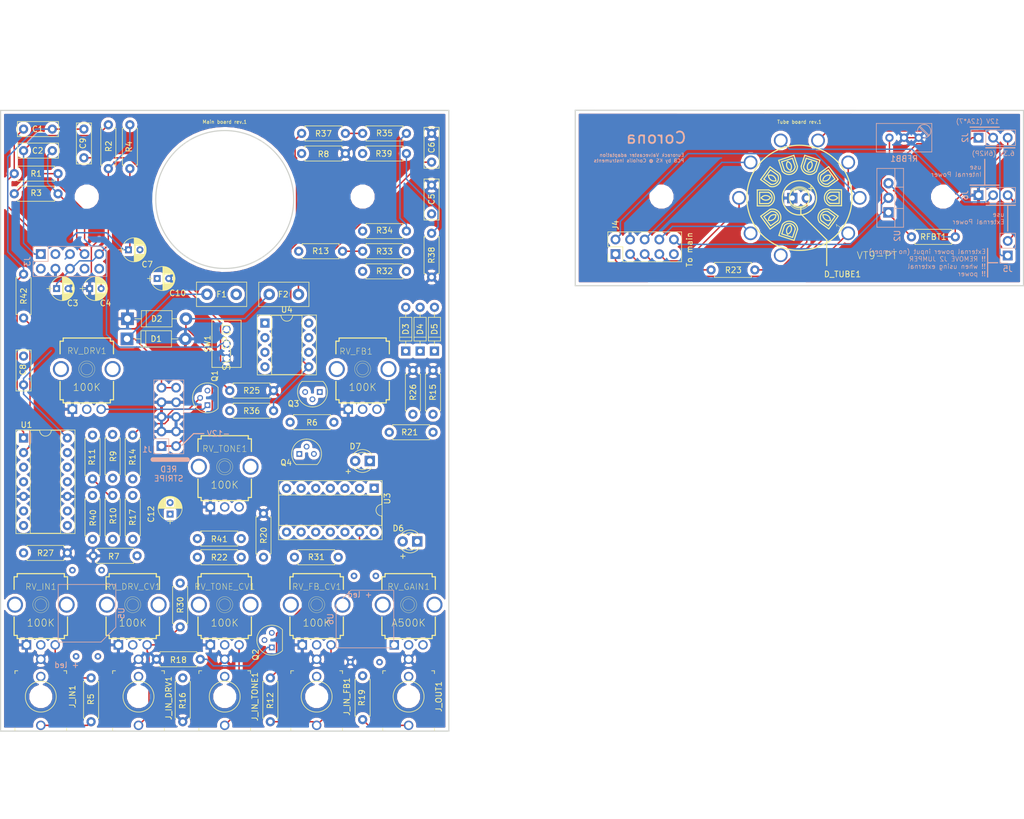
<source format=kicad_pcb>
(kicad_pcb (version 20171130) (host pcbnew "(5.0.0)")
  (title_block (title Valve) (date 2018-01-22) (rev 1) (company "Coriolis Instruments") (comment 1 "Combined board with cutting lines."))
  (layers (0 F.Cu signal) (31 B.Cu signal) (34 B.Paste user hide) (35 F.Paste user hide) (36 B.SilkS user) (37 F.SilkS user) (38 B.Mask user hide) (39 F.Mask user hide) (44 Edge.Cuts user))
  (net 0 "")
  (net 1 "/Main board/TUBE_2")
  (net 2 "/Main board/TUBE_1")
  (net 3 "/Main board/TUBE_7")
  (net 4 "/Main board/GND")
  (net 5 "/Main board/+12V")
  (net 6 "/Main board/-12V")
  (net 7 "/Main board/TUBE_6")
  (net 8 "Net-(C10-Pad1)")
  (net 9 "Net-(D1-Pad1)")
  (net 10 "Net-(D2-Pad2)")
  (net 11 "Net-(D3-Pad1)")
  (net 12 "Net-(D4-Pad1)")
  (net 13 "Net-(D5-Pad1)")
  (net 14 "/Tube Board/-6.3V_TB")
  (net 15 "/Tube Board/TUBE_4_TB")
  (net 16 "/Tube Board/-12V_TB")
  (net 17 "/Main board/TUBE_8")
  (net 18 "/Main board/TUBE_3")
  (net 19 "/Tube Board/TUBE_8_TB")
  (net 20 "/Tube Board/TUBE_7_TB")
  (net 21 "/Tube Board/TUBE_6_TB")
  (net 22 "/Tube Board/GND_TB")
  (net 23 "/Tube Board/TUBE_3_TB")
  (net 24 "/Tube Board/TUBE_2_TB")
  (net 25 "/Tube Board/TUBE_1_TB")
  (net 26 "Net-(Q1-Pad2)")
  (net 27 "Net-(Q2-Pad2)")
  (net 28 "Net-(J_IN1-Pad1)")
  (net 29 "Net-(R9-Pad1)")
  (net 30 "/Main board/TUBE_OUT")
  (net 31 "Net-(J_OUT1-Pad1)")
  (net 32 "Net-(RFBB1-Pad3)")
  (net 33 "Net-(D6-Pad1)")
  (net 34 "Net-(C12-Pad1)")
  (net 35 "/Main board/TUBE_IN")
  (net 36 "Net-(C7-Pad2)")
  (net 37 "Net-(C9-Pad1)")
  (net 38 "Net-(D7-Pad1)")
  (net 39 "Net-(J_IN_DRV1-Pad1)")
  (net 40 "Net-(Q3-Pad2)")
  (net 41 "Net-(Q4-Pad1)")
  (net 42 "Net-(R5-Pad1)")
  (net 43 "/Main board/CV_FB")
  (net 44 "Net-(R10-Pad1)")
  (net 45 "Net-(R10-Pad2)")
  (net 46 "Net-(R11-Pad2)")
  (net 47 "Net-(R12-Pad1)")
  (net 48 "Net-(R13-Pad2)")
  (net 49 "Net-(R15-Pad2)")
  (net 50 "Net-(R20-Pad2)")
  (net 51 "/Main board/CV_DRV")
  (net 52 "Net-(Q3-Pad3)")
  (net 53 "Net-(J_IN_FB1-Pad1)")
  (net 54 "Net-(J_IN_TONE1-Pad1)")
  (net 55 "Net-(R42-Pad2)")
  (net 56 "Net-(R13-Pad1)")
  (net 57 "/Main board/CV_TONE")
  (net 58 "Net-(R30-Pad1)")
  (net 59 "Net-(R32-Pad1)")
  (net 60 "Net-(R34-Pad1)")
  (net 61 "Net-(R35-Pad1)")
  (net 62 "Net-(R36-Pad2)")
  (net 63 "Net-(R36-Pad1)")
  (net 64 "Net-(R38-Pad2)")
  (net 65 "Net-(R40-Pad1)")
  (net 66 "Net-(RV_DRV_CV1-Pad2)")
  (net 67 "Net-(RV_FB_CV1-Pad2)")
  (net 68 "Net-(RV_IN1-Pad2)")
  (net 69 "Net-(RV_TONE_CV1-Pad2)")
  (net 70 "Net-(R26-Pad2)")
  (net 71 "Net-(R27-Pad2)")
  (net 72 "/Main board/AUDIO_OUT")
  (net 73 "Net-(C8-Pad1)")
  (net 74 "/Tube Board/AUDIO_OUT_TB")
  (net 75 "Net-(D_TUBE1-Pad2)")
  (net 76 "Net-(J5-Pad2)")
  (net 77 "Net-(J6-Pad2)")
  (module Coriolis-KiCad:belton-engineering-VT9-PT (layer F.Cu) (at 139 15.21 270)
    (fp_text reference SX1 hide)
    (fp_text value VT9-PT (at 10.04 -13.5) (layer F.SilkS) (effects (font (size 1.27 1.27) (thickness 0.1016))))
    (fp_text user 1 (at 4.953 -6.858 234) (layer F.SilkS) (effects (font (size 1.016 1.016) (thickness 0.0762))))
    (pad 1 thru_hole circle (at 6.16966 -8.49376 270) (size 2.39776 2.39776) (drill 1.79832) (layers *.Cu *.Paste *.Mask) (net 25 "/Tube Board/TUBE_1_TB"))
    (pad 2 thru_hole circle (at 0 -10.49782 270) (size 2.39776 2.39776) (drill 1.79832) (layers *.Cu *.Paste *.Mask) (net 24 "/Tube Board/TUBE_2_TB"))
    (pad 3 thru_hole circle (at -6.16966 -8.49376 270) (size 2.39776 2.39776) (drill 1.79832) (layers *.Cu *.Paste *.Mask) (net 23 "/Tube Board/TUBE_3_TB"))
    (pad 4 thru_hole circle (at -9.98474 -3.24358 270) (size 2.39776 2.39776) (drill 1.79832) (layers *.Cu *.Paste *.Mask) (net 15 "/Tube Board/TUBE_4_TB"))
    (pad 5 thru_hole circle (at -9.98474 3.24358 270) (size 2.39776 2.39776) (drill 1.79832) (layers *.Cu *.Paste *.Mask) (net 77 "Net-(J6-Pad2)"))
    (pad 6 thru_hole circle (at -6.16966 8.49376 270) (size 2.39776 2.39776) (drill 1.79832) (layers *.Cu *.Paste *.Mask) (net 21 "/Tube Board/TUBE_6_TB"))
    (pad 7 thru_hole circle (at 0 10.49782 270) (size 2.39776 2.39776) (drill 1.79832) (layers *.Cu *.Paste *.Mask) (net 20 "/Tube Board/TUBE_7_TB"))
    (pad 8 thru_hole circle (at 6.16966 8.49376 270) (size 2.39776 2.39776) (drill 1.79832) (layers *.Cu *.Paste *.Mask) (net 19 "/Tube Board/TUBE_8_TB"))
    (pad 9 thru_hole circle (at 9.98474 3.24358 270) (size 2.39776 2.39776) (drill 1.79832) (layers *.Cu *.Paste *.Mask))
  )
  (module LEDs:LED_D3.0mm (layer F.Cu) (at 72.5 75 180)
    (fp_text reference D6 (at 3.302 2.286 180) (layer F.SilkS))
    (fp_text value LED)
    (pad 2 thru_hole circle (at 2.54 0 180) (size 1.8 1.8) (drill 0.9) (layers *.Cu *.Mask) (net 13 "Net-(D5-Pad1)"))
    (pad 1 thru_hole rect (at 0 0 180) (size 1.8 1.8) (drill 0.9) (layers *.Cu *.Mask) (net 33 "Net-(D6-Pad1)"))
  )
  (module Potentiometers:Potentiometer_Trimmer_Bourns_3296W (layer B.Cu) (at 159.75 4.75)
    (fp_text reference RFBB1 (at -2.54 3.66) (layer B.SilkS) (effects (justify mirror)))
    (fp_text value POT_TRIM)
    (pad 3 thru_hole circle (at -5.08 0) (size 1.44 1.44) (drill 0.8) (layers *.Cu *.Mask) (net 32 "Net-(RFBB1-Pad3)"))
    (pad 2 thru_hole circle (at -2.54 0) (size 1.44 1.44) (drill 0.8) (layers *.Cu *.Mask) (net 22 "/Tube Board/GND_TB"))
    (pad 1 thru_hole circle (at 0 0) (size 1.44 1.44) (drill 0.8) (layers *.Cu *.Mask) (net 22 "/Tube Board/GND_TB"))
  )
  (module Capacitors_THT:C_Rect_L7.0mm_W2.5mm_P5.00mm (layer F.Cu) (at 4 3.25)
    (fp_text reference C1 (at 2.46 0) (layer F.SilkS))
    (fp_text value 47nF)
    (pad 1 thru_hole circle (at 0 0) (size 1.6 1.6) (drill 0.8) (layers *.Cu *.Mask) (net 1 "/Main board/TUBE_2"))
    (pad 2 thru_hole circle (at 5 0) (size 1.6 1.6) (drill 0.8) (layers *.Cu *.Mask) (net 35 "/Main board/TUBE_IN"))
  )
  (module Capacitors_THT:C_Rect_L7.0mm_W2.5mm_P5.00mm (layer F.Cu) (at 9 7 180)
    (fp_text reference C2 (at 2.54 0 180) (layer F.SilkS))
    (fp_text value 47nF)
    (pad 2 thru_hole circle (at 5 0 180) (size 1.6 1.6) (drill 0.8) (layers *.Cu *.Mask) (net 2 "/Main board/TUBE_1"))
    (pad 1 thru_hole circle (at 0 0 180) (size 1.6 1.6) (drill 0.8) (layers *.Cu *.Mask) (net 3 "/Main board/TUBE_7"))
  )
  (module Capacitors_THT:CP_Radial_D4.0mm_P2.00mm (layer F.Cu) (at 9.75 31)
    (fp_text reference C3 (at 2.794 2.54) (layer F.SilkS))
    (fp_text value "10uF (25V)")
    (pad 2 thru_hole circle (at 2 0) (size 1.2 1.2) (drill 0.6) (layers *.Cu *.Mask) (net 4 "/Main board/GND"))
    (pad 1 thru_hole rect (at 0 0) (size 1.2 1.2) (drill 0.6) (layers *.Cu *.Mask) (net 5 "/Main board/+12V"))
  )
  (module Capacitors_THT:CP_Radial_D4.0mm_P2.00mm (layer F.Cu) (at 15.5 31)
    (fp_text reference C4 (at 2.762 2.54) (layer F.SilkS))
    (fp_text value "10uF (25V)")
    (pad 2 thru_hole circle (at 2 0) (size 1.2 1.2) (drill 0.6) (layers *.Cu *.Mask) (net 6 "/Main board/-12V"))
    (pad 1 thru_hole rect (at 0 0) (size 1.2 1.2) (drill 0.6) (layers *.Cu *.Mask) (net 4 "/Main board/GND"))
  )
  (module Capacitors_THT:C_Rect_L7.0mm_W2.5mm_P5.00mm (layer F.Cu) (at 75 18 90)
    (fp_text reference C5 (at 2.54 0 90) (layer F.SilkS))
    (fp_text value 100nF)
    (pad 1 thru_hole circle (at 0 0 90) (size 1.6 1.6) (drill 0.8) (layers *.Cu *.Mask) (net 5 "/Main board/+12V"))
    (pad 2 thru_hole circle (at 5 0 90) (size 1.6 1.6) (drill 0.8) (layers *.Cu *.Mask) (net 4 "/Main board/GND"))
  )
  (module Capacitors_THT:C_Rect_L7.0mm_W2.5mm_P5.00mm (layer F.Cu) (at 75 4 270)
    (fp_text reference C6 (at 2.46 0 270) (layer F.SilkS))
    (fp_text value 100nF)
    (pad 2 thru_hole circle (at 5 0 270) (size 1.6 1.6) (drill 0.8) (layers *.Cu *.Mask) (net 6 "/Main board/-12V"))
    (pad 1 thru_hole circle (at 0 0 270) (size 1.6 1.6) (drill 0.8) (layers *.Cu *.Mask) (net 4 "/Main board/GND"))
  )
  (module Capacitors_THT:CP_Radial_D4.0mm_P2.00mm (layer F.Cu) (at 22.25 24.25)
    (fp_text reference C7 (at 3.27 2.54) (layer F.SilkS))
    (fp_text value "1uF (25V)")
    (pad 1 thru_hole rect (at 0 0) (size 1.2 1.2) (drill 0.6) (layers *.Cu *.Mask) (net 7 "/Main board/TUBE_6"))
    (pad 2 thru_hole circle (at 2 0) (size 1.2 1.2) (drill 0.6) (layers *.Cu *.Mask) (net 36 "Net-(C7-Pad2)"))
  )
  (module Capacitors_THT:C_Rect_L7.0mm_W2.5mm_P5.00mm (layer F.Cu) (at 14.5 8.25 90)
    (fp_text reference C9 (at 2.525771 -0.168901 90) (layer F.SilkS))
    (fp_text value 22nF)
    (pad 1 thru_hole circle (at 0 0 90) (size 1.6 1.6) (drill 0.8) (layers *.Cu *.Mask) (net 37 "Net-(C9-Pad1)"))
    (pad 2 thru_hole circle (at 5 0 90) (size 1.6 1.6) (drill 0.8) (layers *.Cu *.Mask) (net 35 "/Main board/TUBE_IN"))
  )
  (module Capacitors_THT:CP_Radial_D4.0mm_P2.00mm (layer F.Cu) (at 27.25 29.25)
    (fp_text reference C10 (at 3.556 2.54) (layer F.SilkS))
    (fp_text value 0.22uF)
    (pad 1 thru_hole rect (at 0 0) (size 1.2 1.2) (drill 0.6) (layers *.Cu *.Mask) (net 8 "Net-(C10-Pad1)"))
    (pad 2 thru_hole circle (at 2 0) (size 1.2 1.2) (drill 0.6) (layers *.Cu *.Mask) (net 4 "/Main board/GND"))
  )
  (module Diodes_THT:D_DO-41_SOD81_P10.16mm_Horizontal (layer F.Cu) (at 22 39.75)
    (fp_text reference D1 (at 5.08 0) (layer F.SilkS))
    (fp_text value IN4001)
    (pad 2 thru_hole oval (at 10.16 0) (size 2.2 2.2) (drill 1.1) (layers *.Cu *.Mask) (net 4 "/Main board/GND"))
    (pad 1 thru_hole rect (at 0 0) (size 2.2 2.2) (drill 1.1) (layers *.Cu *.Mask) (net 9 "Net-(D1-Pad1)"))
  )
  (module Diodes_THT:D_DO-41_SOD81_P10.16mm_Horizontal (layer F.Cu) (at 22.09 36.25)
    (fp_text reference D2 (at 5.08 0) (layer F.SilkS))
    (fp_text value IN4001)
    (pad 1 thru_hole rect (at 0 0) (size 2.2 2.2) (drill 1.1) (layers *.Cu *.Mask) (net 4 "/Main board/GND"))
    (pad 2 thru_hole oval (at 10.16 0) (size 2.2 2.2) (drill 1.1) (layers *.Cu *.Mask) (net 10 "Net-(D2-Pad2)"))
  )
  (module Diodes_THT:D_DO-35_SOD27_P7.62mm_Horizontal (layer F.Cu) (at 70.5 41.87 90)
    (fp_text reference D3 (at 3.81 0 90) (layer F.SilkS))
    (fp_text value IN4148)
    (pad 2 thru_hole oval (at 7.62 0 90) (size 1.6 1.6) (drill 0.8) (layers *.Cu *.Mask) (net 5 "/Main board/+12V"))
    (pad 1 thru_hole rect (at 0 0 90) (size 1.6 1.6) (drill 0.8) (layers *.Cu *.Mask) (net 11 "Net-(D3-Pad1)"))
  )
  (module Diodes_THT:D_DO-35_SOD27_P7.62mm_Horizontal (layer F.Cu) (at 73 41.87 90)
    (fp_text reference D4 (at 3.81 0 90) (layer F.SilkS))
    (fp_text value IN4148)
    (pad 1 thru_hole rect (at 0 0 90) (size 1.6 1.6) (drill 0.8) (layers *.Cu *.Mask) (net 12 "Net-(D4-Pad1)"))
    (pad 2 thru_hole oval (at 7.62 0 90) (size 1.6 1.6) (drill 0.8) (layers *.Cu *.Mask) (net 11 "Net-(D3-Pad1)"))
  )
  (module Diodes_THT:D_DO-35_SOD27_P7.62mm_Horizontal (layer F.Cu) (at 75.5 41.87 90)
    (fp_text reference D5 (at 3.81 0.001099 90) (layer F.SilkS))
    (fp_text value IN4148)
    (pad 2 thru_hole oval (at 7.62 0 90) (size 1.6 1.6) (drill 0.8) (layers *.Cu *.Mask) (net 12 "Net-(D4-Pad1)"))
    (pad 1 thru_hole rect (at 0 0 90) (size 1.6 1.6) (drill 0.8) (layers *.Cu *.Mask) (net 13 "Net-(D5-Pad1)"))
  )
  (module Fuse_Holders_and_Fuses:Fuse_TE5_Littlefuse-395Series (layer F.Cu) (at 41 32 180)
    (fp_text reference F1 (at 2.54 0 180) (layer F.SilkS))
    (fp_text value 72V/0.25A)
    (pad 2 thru_hole circle (at 5.08 0.01 180) (size 2 2) (drill 1) (layers *.Cu *.Mask) (net 9 "Net-(D1-Pad1)"))
    (pad 1 thru_hole circle (at 0 0 180) (size 2 2) (drill 1) (layers *.Cu *.Mask) (net 5 "/Main board/+12V"))
  )
  (module Fuse_Holders_and_Fuses:Fuse_TE5_Littlefuse-395Series (layer F.Cu) (at 51.83 32.01 180)
    (fp_text reference F2 (at 2.65 0 180) (layer F.SilkS))
    (fp_text value 72V/0.25A)
    (pad 1 thru_hole circle (at 0 0 180) (size 2 2) (drill 1) (layers *.Cu *.Mask) (net 6 "/Main board/-12V"))
    (pad 2 thru_hole circle (at 5.08 0.01 180) (size 2 2) (drill 1) (layers *.Cu *.Mask) (net 10 "Net-(D2-Pad2)"))
  )
  (module Pin_Headers:Pin_Header_Straight_2x05_Pitch2.54mm (layer B.Cu) (at 28 58.403)
    (fp_text reference J1 (at -2.5 0.597) (layer B.SilkS) (effects (justify mirror)))
    (fp_text value Conn_02x05_Odd_Even)
    (pad 1 thru_hole rect (at 0 0) (size 1.7 1.7) (drill 1) (layers *.Cu *.Mask) (net 10 "Net-(D2-Pad2)"))
    (pad 2 thru_hole oval (at 2.54 0) (size 1.7 1.7) (drill 1) (layers *.Cu *.Mask) (net 10 "Net-(D2-Pad2)"))
    (pad 3 thru_hole oval (at 0 -2.54) (size 1.7 1.7) (drill 1) (layers *.Cu *.Mask) (net 4 "/Main board/GND"))
    (pad 4 thru_hole oval (at 2.54 -2.54) (size 1.7 1.7) (drill 1) (layers *.Cu *.Mask) (net 4 "/Main board/GND"))
    (pad 5 thru_hole oval (at 0 -5.08) (size 1.7 1.7) (drill 1) (layers *.Cu *.Mask) (net 4 "/Main board/GND"))
    (pad 6 thru_hole oval (at 2.54 -5.08) (size 1.7 1.7) (drill 1) (layers *.Cu *.Mask) (net 4 "/Main board/GND"))
    (pad 7 thru_hole oval (at 0 -7.62) (size 1.7 1.7) (drill 1) (layers *.Cu *.Mask) (net 4 "/Main board/GND"))
    (pad 8 thru_hole oval (at 2.54 -7.62) (size 1.7 1.7) (drill 1) (layers *.Cu *.Mask) (net 4 "/Main board/GND"))
    (pad 9 thru_hole oval (at 0 -10.16) (size 1.7 1.7) (drill 1) (layers *.Cu *.Mask) (net 9 "Net-(D1-Pad1)"))
    (pad 10 thru_hole oval (at 2.54 -10.16) (size 1.7 1.7) (drill 1) (layers *.Cu *.Mask) (net 9 "Net-(D1-Pad1)"))
  )
  (module Pin_Headers:Pin_Header_Straight_1x03_Pitch2.54mm (layer B.Cu) (at 170.17 4.75 270)
    (fp_text reference J2 (at 0 2.33 270) (layer B.SilkS) (effects (justify mirror)))
    (fp_text value Conn_01x03_Male)
    (pad 3 thru_hole oval (at 0 -5.08 270) (size 1.7 1.7) (drill 1) (layers *.Cu *.Mask) (net 14 "/Tube Board/-6.3V_TB"))
    (pad 2 thru_hole oval (at 0 -2.54 270) (size 1.7 1.7) (drill 1) (layers *.Cu *.Mask) (net 15 "/Tube Board/TUBE_4_TB"))
    (pad 1 thru_hole rect (at 0 0 270) (size 1.7 1.7) (drill 1) (layers *.Cu *.Mask) (net 16 "/Tube Board/-12V_TB"))
  )
  (module Pin_Headers:Pin_Header_Straight_2x05_Pitch2.54mm (layer F.Cu) (at 107 25 90)
    (fp_text reference J4 (at 5.04 0.025 90) (layer F.SilkS))
    (fp_text value Conn_02x05_Odd_Even)
    (pad 10 thru_hole oval (at 2.54 10.16 90) (size 1.7 1.7) (drill 1) (layers *.Cu *.Mask) (net 16 "/Tube Board/-12V_TB"))
    (pad 9 thru_hole oval (at 0 10.16 90) (size 1.7 1.7) (drill 1) (layers *.Cu *.Mask))
    (pad 8 thru_hole oval (at 2.54 7.62 90) (size 1.7 1.7) (drill 1) (layers *.Cu *.Mask) (net 19 "/Tube Board/TUBE_8_TB"))
    (pad 7 thru_hole oval (at 0 7.62 90) (size 1.7 1.7) (drill 1) (layers *.Cu *.Mask) (net 20 "/Tube Board/TUBE_7_TB"))
    (pad 6 thru_hole oval (at 2.54 5.08 90) (size 1.7 1.7) (drill 1) (layers *.Cu *.Mask) (net 21 "/Tube Board/TUBE_6_TB"))
    (pad 5 thru_hole oval (at 0 5.08 90) (size 1.7 1.7) (drill 1) (layers *.Cu *.Mask) (net 74 "/Tube Board/AUDIO_OUT_TB"))
    (pad 4 thru_hole oval (at 2.54 2.54 90) (size 1.7 1.7) (drill 1) (layers *.Cu *.Mask) (net 22 "/Tube Board/GND_TB"))
    (pad 3 thru_hole oval (at 0 2.54 90) (size 1.7 1.7) (drill 1) (layers *.Cu *.Mask) (net 23 "/Tube Board/TUBE_3_TB"))
    (pad 2 thru_hole oval (at 2.54 0 90) (size 1.7 1.7) (drill 1) (layers *.Cu *.Mask) (net 24 "/Tube Board/TUBE_2_TB"))
    (pad 1 thru_hole rect (at 0 0 90) (size 1.7 1.7) (drill 1) (layers *.Cu *.Mask) (net 25 "/Tube Board/TUBE_1_TB"))
  )
  (module Coriolis-KiCad:WQP-PJ301M-12_JACK (layer F.Cu) (at 7 102 180)
    (fp_text reference J_IN1 (at -5.5 0 270) (layer F.SilkS))
    (fp_text value Audio-Jack-2_Switch hide)
    (pad 2 thru_hole circle (at 0 6.49986 180) (size 1.64846 1.64846) (drill 1.09982) (layers *.Cu *.Paste *.Mask) (net 4 "/Main board/GND"))
    (pad 3 thru_hole circle (at 0 3.49758 180) (size 1.64846 1.64846) (drill 1.09982) (layers *.Cu *.Paste *.Mask))
    (pad 1 thru_hole circle (at 0 -4.99872 180) (size 1.64846 1.64846) (drill 1.09982) (layers *.Cu *.Paste *.Mask) (net 28 "Net-(J_IN1-Pad1)"))
    (pad "" np_thru_hole circle (at 0 0 180) (size 3 3) (drill 3) (layers *.Cu *.Mask))
  )
  (module Coriolis-KiCad:WQP-PJ301M-12_JACK (layer F.Cu) (at 71 102 180)
    (fp_text reference J_OUT1 (at -5.25 0 270) (layer F.SilkS))
    (fp_text value Audio-Jack-2_Switch hide)
    (pad "" np_thru_hole circle (at 0 0 180) (size 3 3) (drill 3) (layers *.Cu *.Mask))
    (pad 1 thru_hole circle (at 0 -4.99872 180) (size 1.64846 1.64846) (drill 1.09982) (layers *.Cu *.Paste *.Mask) (net 31 "Net-(J_OUT1-Pad1)"))
    (pad 3 thru_hole circle (at 0 3.49758 180) (size 1.64846 1.64846) (drill 1.09982) (layers *.Cu *.Paste *.Mask))
    (pad 2 thru_hole circle (at 0 6.49986 180) (size 1.64846 1.64846) (drill 1.09982) (layers *.Cu *.Paste *.Mask) (net 4 "/Main board/GND"))
  )
  (module TO_SOT_Packages_THT:TO-92_Molded_Narrow (layer F.Cu) (at 36 51.29 90)
    (fp_text reference Q1 (at 5.08 1.27 90) (layer F.SilkS))
    (fp_text value BC547)
    (pad 2 thru_hole circle (at 1.27 -1.27 180) (size 1 1) (drill 0.6) (layers *.Cu *.Mask) (net 26 "Net-(Q1-Pad2)"))
    (pad 3 thru_hole circle (at 2.54 0 180) (size 1 1) (drill 0.6) (layers *.Cu *.Mask) (net 8 "Net-(C10-Pad1)"))
    (pad 1 thru_hole rect (at 0 0 180) (size 1 1) (drill 0.6) (layers *.Cu *.Mask) (net 5 "/Main board/+12V"))
  )
  (module TO_SOT_Packages_THT:TO-92_Molded_Narrow (layer F.Cu) (at 47.194 93.442 90)
    (fp_text reference Q2 (at -1.27 -2.794 90) (layer F.SilkS))
    (fp_text value BC557)
    (pad 1 thru_hole rect (at 0 0 180) (size 1 1) (drill 0.6) (layers *.Cu *.Mask) (net 33 "Net-(D6-Pad1)"))
    (pad 3 thru_hole circle (at 2.54 0 180) (size 1 1) (drill 0.6) (layers *.Cu *.Mask) (net 13 "Net-(D5-Pad1)"))
    (pad 2 thru_hole circle (at 1.27 -1.27 180) (size 1 1) (drill 0.6) (layers *.Cu *.Mask) (net 27 "Net-(Q2-Pad2)"))
  )
  (module Resistors_THT:R_Axial_DIN0207_L6.3mm_D2.5mm_P7.62mm_Horizontal (layer F.Cu) (at 10 11 180)
    (fp_text reference R1 (at 3.81 0 180) (layer F.SilkS))
    (fp_text value 1M)
    (pad 1 thru_hole circle (at 0 0 180) (size 1.6 1.6) (drill 0.8) (layers *.Cu *.Mask) (net 17 "/Main board/TUBE_8"))
    (pad 2 thru_hole oval (at 7.62 0 180) (size 1.6 1.6) (drill 0.8) (layers *.Cu *.Mask) (net 1 "/Main board/TUBE_2"))
  )
  (module Resistors_THT:R_Axial_DIN0207_L6.3mm_D2.5mm_P7.62mm_Horizontal (layer F.Cu) (at 18.75 2.5 270)
    (fp_text reference R2 (at 3.747771 -0.068901 270) (layer F.SilkS))
    (fp_text value 220K)
    (pad 2 thru_hole oval (at 7.62 0 270) (size 1.6 1.6) (drill 0.8) (layers *.Cu *.Mask) (net 5 "/Main board/+12V"))
    (pad 1 thru_hole circle (at 0 0 270) (size 1.6 1.6) (drill 0.8) (layers *.Cu *.Mask) (net 2 "/Main board/TUBE_1"))
  )
  (module Resistors_THT:R_Axial_DIN0207_L6.3mm_D2.5mm_P7.62mm_Horizontal (layer F.Cu) (at 2.38 14.5)
    (fp_text reference R3 (at 3.81 -0.138901) (layer F.SilkS))
    (fp_text value 470K)
    (pad 2 thru_hole oval (at 7.62 0) (size 1.6 1.6) (drill 0.8) (layers *.Cu *.Mask) (net 3 "/Main board/TUBE_7"))
    (pad 1 thru_hole circle (at 0 0) (size 1.6 1.6) (drill 0.8) (layers *.Cu *.Mask) (net 17 "/Main board/TUBE_8"))
  )
  (module Resistors_THT:R_Axial_DIN0207_L6.3mm_D2.5mm_P7.62mm_Horizontal (layer F.Cu) (at 22.5 10.12 90)
    (fp_text reference R4 (at 3.81 -0.150901 90) (layer F.SilkS))
    (fp_text value 100K)
    (pad 1 thru_hole circle (at 0 0 90) (size 1.6 1.6) (drill 0.8) (layers *.Cu *.Mask) (net 7 "/Main board/TUBE_6"))
    (pad 2 thru_hole oval (at 7.62 0 90) (size 1.6 1.6) (drill 0.8) (layers *.Cu *.Mask) (net 5 "/Main board/+12V"))
  )
  (module Resistors_THT:R_Axial_DIN0207_L6.3mm_D2.5mm_P7.62mm_Horizontal (layer F.Cu) (at 15.75 98.75 270)
    (fp_text reference R5 (at 3.707771 0.037099 270) (layer F.SilkS))
    (fp_text value 47K)
    (pad 1 thru_hole circle (at 0 0 270) (size 1.6 1.6) (drill 0.8) (layers *.Cu *.Mask) (net 42 "Net-(R5-Pad1)"))
    (pad 2 thru_hole oval (at 7.62 0 270) (size 1.6 1.6) (drill 0.8) (layers *.Cu *.Mask) (net 28 "Net-(J_IN1-Pad1)"))
  )
  (module Resistors_THT:R_Axial_DIN0207_L6.3mm_D2.5mm_P7.62mm_Horizontal (layer F.Cu) (at 19.5 64 90)
    (fp_text reference R9 (at 3.81 0.107099 90) (layer F.SilkS))
    (fp_text value 1K)
    (pad 2 thru_hole oval (at 7.62 0 90) (size 1.6 1.6) (drill 0.8) (layers *.Cu *.Mask) (net 36 "Net-(C7-Pad2)"))
    (pad 1 thru_hole circle (at 0 0 90) (size 1.6 1.6) (drill 0.8) (layers *.Cu *.Mask) (net 29 "Net-(R9-Pad1)"))
  )
  (module Resistors_THT:R_Axial_DIN0207_L6.3mm_D2.5mm_P7.62mm_Horizontal (layer F.Cu) (at 23 56.5 270)
    (fp_text reference R14 (at 3.81 0.041099 270) (layer F.SilkS))
    (fp_text value 10K)
    (pad 1 thru_hole circle (at 0 0 270) (size 1.6 1.6) (drill 0.8) (layers *.Cu *.Mask) (net 26 "Net-(Q1-Pad2)"))
    (pad 2 thru_hole oval (at 7.62 0 270) (size 1.6 1.6) (drill 0.8) (layers *.Cu *.Mask) (net 30 "/Main board/TUBE_OUT"))
  )
  (module Resistors_THT:R_Axial_DIN0207_L6.3mm_D2.5mm_P7.62mm_Horizontal (layer F.Cu) (at 31.7 106.37 90)
    (fp_text reference R16 (at 3.655771 -0.024901 90) (layer F.SilkS))
    (fp_text value 100K)
    (pad 2 thru_hole oval (at 7.62 0 90) (size 1.6 1.6) (drill 0.8) (layers *.Cu *.Mask) (net 8 "Net-(C10-Pad1)"))
    (pad 1 thru_hole circle (at 0 0 90) (size 1.6 1.6) (drill 0.8) (layers *.Cu *.Mask) (net 4 "/Main board/GND"))
  )
  (module Resistors_THT:R_Axial_DIN0207_L6.3mm_D2.5mm_P7.62mm_Horizontal (layer F.Cu) (at 23 67 270)
    (fp_text reference R17 (at 3.81 0.013 270) (layer F.SilkS))
    (fp_text value 10K)
    (pad 1 thru_hole circle (at 0 0 270) (size 1.6 1.6) (drill 0.8) (layers *.Cu *.Mask) (net 27 "Net-(Q2-Pad2)"))
    (pad 2 thru_hole oval (at 7.62 0 270) (size 1.6 1.6) (drill 0.8) (layers *.Cu *.Mask) (net 8 "Net-(C10-Pad1)"))
  )
  (module Resistors_THT:R_Axial_DIN0207_L6.3mm_D2.5mm_P7.62mm_Horizontal (layer F.Cu) (at 27.13 95.5)
    (fp_text reference R18 (at 3.81 0.119099) (layer F.SilkS))
    (fp_text value 5K)
    (pad 2 thru_hole oval (at 7.62 0) (size 1.6 1.6) (drill 0.8) (layers *.Cu *.Mask) (net 33 "Net-(D6-Pad1)"))
    (pad 1 thru_hole circle (at 0 0) (size 1.6 1.6) (drill 0.8) (layers *.Cu *.Mask) (net 4 "/Main board/GND"))
  )
  (module Resistors_THT:R_Axial_DIN0207_L6.3mm_D2.5mm_P7.62mm_Horizontal (layer F.Cu) (at 63 106 90)
    (fp_text reference R19 (at 3.81 -0.138901 90) (layer F.SilkS))
    (fp_text value 470r)
    (pad 1 thru_hole circle (at 0 0 90) (size 1.6 1.6) (drill 0.8) (layers *.Cu *.Mask) (net 31 "Net-(J_OUT1-Pad1)"))
    (pad 2 thru_hole oval (at 7.62 0 90) (size 1.6 1.6) (drill 0.8) (layers *.Cu *.Mask) (net 72 "/Main board/AUDIO_OUT"))
  )
  (module Resistors_THT:R_Axial_DIN0207_L6.3mm_D2.5mm_P7.62mm_Horizontal (layer F.Cu) (at 158.5 22)
    (fp_text reference RFBT1 (at 3.81 0) (layer F.SilkS))
    (fp_text value 150r)
    (pad 1 thru_hole circle (at 0 0) (size 1.6 1.6) (drill 0.8) (layers *.Cu *.Mask) (net 32 "Net-(RFBB1-Pad3)"))
    (pad 2 thru_hole oval (at 7.62 0) (size 1.6 1.6) (drill 0.8) (layers *.Cu *.Mask) (net 14 "/Tube Board/-6.3V_TB"))
  )
  (module Coriolis-KiCad:9MM_SNAP-IN_POT (layer F.Cu) (at 63 45)
    (fp_text reference RV_FB1 (at -1.143 -3.0734) (layer F.SilkS) (effects (font (size 1.0668 1.0668) (thickness 0.0762))))
    (fp_text value 100K (at 0 3.175) (layer F.SilkS) (effects (font (size 1.27 1.27) (thickness 0.1016))))
    (pad 1 thru_hole rect (at -2.49936 6.9977) (size 1.64846 1.64846) (drill 1.09982) (layers *.Cu *.Paste *.Mask) (net 4 "/Main board/GND"))
    (pad 2 thru_hole circle (at 0 6.9977) (size 1.64846 3.29946) (drill 1.09982) (layers *.Cu *.Paste *.Mask) (net 48 "Net-(R13-Pad2)"))
    (pad 3 thru_hole circle (at 2.49936 6.9977) (size 1.64846 3.29946) (drill 1.09982) (layers *.Cu *.Paste *.Mask) (net 5 "/Main board/+12V"))
    (pad CHASSIS1 thru_hole circle (at -4.49834 0) (size 2.794 2.794) (drill 2.09804) (layers *.Cu *.Paste *.Mask))
    (pad CHASSIS2 thru_hole circle (at 4.49834 0) (size 2.794 2.794) (drill 2.09804) (layers *.Cu *.Paste *.Mask))
  )
  (module Coriolis-KiCad:SUBMINI_TOGGLE (layer F.Cu) (at 39.32 40.61 90)
    (fp_text reference SW1 (at 0 -3.302 90) (layer F.SilkS))
    (fp_text value SW_SPDT (at -0.517 0 90) (layer F.SilkS) (effects (font (size 1.27 1.27))))
    (pad 1 thru_hole circle (at -2.54 0 90) (size 1.4224 1.4224) (drill 0.99822) (layers *.Cu *.Paste *.Mask) (net 4 "/Main board/GND"))
    (pad 3 thru_hole circle (at 2.54 0 90) (size 1.4224 1.4224) (drill 0.99822) (layers *.Cu *.Paste *.Mask) (net 6 "/Main board/-12V"))
    (pad 2 thru_hole circle (at 0 0 90) (size 1.4224 1.4224) (drill 0.99822) (layers *.Cu *.Paste *.Mask) (net 17 "/Main board/TUBE_8"))
  )
  (module Housings_DIP:DIP-14_W7.62mm_Socket (layer F.Cu) (at 4 57)
    (fp_text reference U1 (at 0.508 -2.286) (layer F.SilkS))
    (fp_text value TL074)
    (pad 14 thru_hole oval (at 7.62 0) (size 1.6 1.6) (drill 0.8) (layers *.Cu *.Mask) (net 72 "/Main board/AUDIO_OUT"))
    (pad 7 thru_hole oval (at 0 15.24) (size 1.6 1.6) (drill 0.8) (layers *.Cu *.Mask) (net 41 "Net-(Q4-Pad1)"))
    (pad 13 thru_hole oval (at 7.62 2.54) (size 1.6 1.6) (drill 0.8) (layers *.Cu *.Mask) (net 72 "/Main board/AUDIO_OUT"))
    (pad 6 thru_hole oval (at 0 12.7) (size 1.6 1.6) (drill 0.8) (layers *.Cu *.Mask) (net 65 "Net-(R40-Pad1)"))
    (pad 12 thru_hole oval (at 7.62 5.08) (size 1.6 1.6) (drill 0.8) (layers *.Cu *.Mask) (net 41 "Net-(Q4-Pad1)"))
    (pad 5 thru_hole oval (at 0 10.16) (size 1.6 1.6) (drill 0.8) (layers *.Cu *.Mask) (net 4 "/Main board/GND"))
    (pad 11 thru_hole oval (at 7.62 7.62) (size 1.6 1.6) (drill 0.8) (layers *.Cu *.Mask) (net 6 "/Main board/-12V"))
    (pad 4 thru_hole oval (at 0 7.62) (size 1.6 1.6) (drill 0.8) (layers *.Cu *.Mask) (net 5 "/Main board/+12V"))
    (pad 10 thru_hole oval (at 7.62 10.16) (size 1.6 1.6) (drill 0.8) (layers *.Cu *.Mask) (net 4 "/Main board/GND"))
    (pad 3 thru_hole oval (at 0 5.08) (size 1.6 1.6) (drill 0.8) (layers *.Cu *.Mask) (net 68 "Net-(RV_IN1-Pad2)"))
    (pad 9 thru_hole oval (at 7.62 12.7) (size 1.6 1.6) (drill 0.8) (layers *.Cu *.Mask) (net 29 "Net-(R9-Pad1)"))
    (pad 2 thru_hole oval (at 0 2.54) (size 1.6 1.6) (drill 0.8) (layers *.Cu *.Mask) (net 55 "Net-(R42-Pad2)"))
    (pad 8 thru_hole oval (at 7.62 15.24) (size 1.6 1.6) (drill 0.8) (layers *.Cu *.Mask) (net 34 "Net-(C12-Pad1)"))
    (pad 1 thru_hole rect (at 0 0) (size 1.6 1.6) (drill 0.8) (layers *.Cu *.Mask) (net 35 "/Main board/TUBE_IN"))
  )
  (module TO_SOT_Packages_THT:TO-220-3_Vertical (layer B.Cu) (at 154.5 17.75 90)
    (fp_text reference U2 (at -4.064 1.524 90) (layer B.SilkS) (effects (justify mirror)))
    (fp_text value LM337_TO220)
    (pad 3 thru_hole oval (at 5.08 0 90) (size 1.8 1.8) (drill 1) (layers *.Cu *.Mask) (net 14 "/Tube Board/-6.3V_TB"))
    (pad 2 thru_hole oval (at 2.54 0 90) (size 1.8 1.8) (drill 1) (layers *.Cu *.Mask) (net 16 "/Tube Board/-12V_TB"))
    (pad 1 thru_hole rect (at 0 0 90) (size 1.8 1.8) (drill 1) (layers *.Cu *.Mask) (net 32 "Net-(RFBB1-Pad3)"))
  )
  (module Capacitors_THT:CP_Radial_D4.0mm_P2.00mm (layer F.Cu) (at 29.5 70.25 90)
    (fp_text reference C12 (at 0 -3.31 90) (layer F.SilkS))
    (fp_text value "1uF (25V)")
    (pad 1 thru_hole rect (at 0 0 90) (size 1.2 1.2) (drill 0.6) (layers *.Cu *.Mask) (net 34 "Net-(C12-Pad1)"))
    (pad 2 thru_hole circle (at 2 0 90) (size 1.2 1.2) (drill 0.6) (layers *.Cu *.Mask) (net 30 "/Main board/TUBE_OUT"))
  )
  (module Coriolis-KiCad:9MM_SNAP-IN_POT (layer F.Cu) (at 71 86)
    (fp_text reference RV_GAIN1 (at 0.0254 -3.1242) (layer F.SilkS) (effects (font (size 1.0668 1.0668) (thickness 0.0762))))
    (fp_text value A500K (at 0 3.175) (layer F.SilkS) (effects (font (size 1.27 1.27) (thickness 0.1016))))
    (pad CHASSIS2 thru_hole circle (at 4.49834 0) (size 2.794 2.794) (drill 2.09804) (layers *.Cu *.Paste *.Mask))
    (pad CHASSIS1 thru_hole circle (at -4.49834 0) (size 2.794 2.794) (drill 2.09804) (layers *.Cu *.Paste *.Mask))
    (pad 3 thru_hole circle (at 2.49936 6.9977) (size 1.64846 1.64846) (drill 1.09982) (layers *.Cu *.Paste *.Mask) (net 29 "Net-(R9-Pad1)"))
    (pad 2 thru_hole circle (at 0 6.9977) (size 1.64846 1.64846) (drill 1.09982) (layers *.Cu *.Paste *.Mask) (net 29 "Net-(R9-Pad1)"))
    (pad 1 thru_hole rect (at -2.49936 6.9977) (size 1.64846 1.64846) (drill 1.09982) (layers *.Cu *.Paste *.Mask) (net 34 "Net-(C12-Pad1)"))
  )
  (module LEDs:LED_D3.0mm (layer F.Cu) (at 64.25 61 180)
    (fp_text reference D7 (at 2.54 2.54 180) (layer F.SilkS))
    (fp_text value LED)
    (pad 2 thru_hole circle (at 2.54 0 180) (size 1.8 1.8) (drill 0.9) (layers *.Cu *.Mask) (net 37 "Net-(C9-Pad1)"))
    (pad 1 thru_hole rect (at 0 0 180) (size 1.8 1.8) (drill 0.9) (layers *.Cu *.Mask) (net 38 "Net-(D7-Pad1)"))
  )
  (module Coriolis-KiCad:WQP-PJ301M-12_JACK (layer F.Cu) (at 24 102 180)
    (fp_text reference J_IN_DRV1 (at -5.25 -0.254 270) (layer F.SilkS))
    (fp_text value Audio-Jack-2_Switch hide)
    (pad "" np_thru_hole circle (at 0 0 180) (size 3 3) (drill 3) (layers *.Cu *.Mask))
    (pad 1 thru_hole circle (at 0 -4.99872 180) (size 1.64846 1.64846) (drill 1.09982) (layers *.Cu *.Paste *.Mask) (net 39 "Net-(J_IN_DRV1-Pad1)"))
    (pad 3 thru_hole circle (at 0 3.49758 180) (size 1.64846 1.64846) (drill 1.09982) (layers *.Cu *.Paste *.Mask))
    (pad 2 thru_hole circle (at 0 6.49986 180) (size 1.64846 1.64846) (drill 1.09982) (layers *.Cu *.Paste *.Mask) (net 4 "/Main board/GND"))
  )
  (module Coriolis-KiCad:WQP-PJ301M-12_JACK (layer F.Cu) (at 55 102 180)
    (fp_text reference J_IN_FB1 (at -5.25 0 90) (layer F.SilkS))
    (fp_text value Audio-Jack-2_Switch hide)
    (pad 2 thru_hole circle (at 0 6.49986 180) (size 1.64846 1.64846) (drill 1.09982) (layers *.Cu *.Paste *.Mask) (net 4 "/Main board/GND"))
    (pad 3 thru_hole circle (at 0 3.49758 180) (size 1.64846 1.64846) (drill 1.09982) (layers *.Cu *.Paste *.Mask))
    (pad 1 thru_hole circle (at 0 -4.99872 180) (size 1.64846 1.64846) (drill 1.09982) (layers *.Cu *.Paste *.Mask) (net 53 "Net-(J_IN_FB1-Pad1)"))
    (pad "" np_thru_hole circle (at 0 0 180) (size 3 3) (drill 3) (layers *.Cu *.Mask))
  )
  (module TO_SOT_Packages_THT:TO-92_Molded_Narrow (layer F.Cu) (at 55.54 49 180)
    (fp_text reference Q3 (at 4.572 -2.032 180) (layer F.SilkS))
    (fp_text value BC547)
    (pad 2 thru_hole circle (at 1.27 -1.27 270) (size 1 1) (drill 0.6) (layers *.Cu *.Mask) (net 40 "Net-(Q3-Pad2)"))
    (pad 3 thru_hole circle (at 2.54 0 270) (size 1 1) (drill 0.6) (layers *.Cu *.Mask) (net 52 "Net-(Q3-Pad3)"))
    (pad 1 thru_hole rect (at 0 0 270) (size 1 1) (drill 0.6) (layers *.Cu *.Mask) (net 5 "/Main board/+12V"))
  )
  (module TO_SOT_Packages_THT:TO-92_Molded_Narrow (layer F.Cu) (at 51.98 59.77)
    (fp_text reference Q4 (at -2.286 1.524) (layer F.SilkS))
    (fp_text value BC547)
    (pad 1 thru_hole rect (at 0 0 90) (size 1 1) (drill 0.6) (layers *.Cu *.Mask) (net 41 "Net-(Q4-Pad1)"))
    (pad 3 thru_hole circle (at 2.54 0 90) (size 1 1) (drill 0.6) (layers *.Cu *.Mask) (net 37 "Net-(C9-Pad1)"))
    (pad 2 thru_hole circle (at 1.27 -1.27 90) (size 1 1) (drill 0.6) (layers *.Cu *.Mask) (net 52 "Net-(Q3-Pad3)"))
  )
  (module Resistors_THT:R_Axial_DIN0207_L6.3mm_D2.5mm_P7.62mm_Horizontal (layer F.Cu) (at 50.38 54.25)
    (fp_text reference R6 (at 3.81 0.0765) (layer F.SilkS))
    (fp_text value 1M)
    (pad 1 thru_hole circle (at 0 0) (size 1.6 1.6) (drill 0.8) (layers *.Cu *.Mask) (net 43 "/Main board/CV_FB"))
    (pad 2 thru_hole oval (at 7.62 0) (size 1.6 1.6) (drill 0.8) (layers *.Cu *.Mask) (net 40 "Net-(Q3-Pad2)"))
  )
  (module Resistors_THT:R_Axial_DIN0207_L6.3mm_D2.5mm_P7.62mm_Horizontal (layer F.Cu) (at 23.75 77.5 180)
    (fp_text reference R7 (at 4.044999 -0.1115 180) (layer F.SilkS))
    (fp_text value 10K)
    (pad 2 thru_hole oval (at 7.62 0 180) (size 1.6 1.6) (drill 0.8) (layers *.Cu *.Mask) (net 4 "/Main board/GND"))
    (pad 1 thru_hole circle (at 0 0 180) (size 1.6 1.6) (drill 0.8) (layers *.Cu *.Mask) (net 55 "Net-(R42-Pad2)"))
  )
  (module Resistors_THT:R_Axial_DIN0207_L6.3mm_D2.5mm_P7.62mm_Horizontal (layer F.Cu) (at 60 7.5 180)
    (fp_text reference R8 (at 3.81 -0.1115 180) (layer F.SilkS))
    (fp_text value 5K)
    (pad 2 thru_hole oval (at 7.62 0 180) (size 1.6 1.6) (drill 0.8) (layers *.Cu *.Mask) (net 38 "Net-(D7-Pad1)"))
    (pad 1 thru_hole circle (at 0 0 180) (size 1.6 1.6) (drill 0.8) (layers *.Cu *.Mask) (net 4 "/Main board/GND"))
  )
  (module Resistors_THT:R_Axial_DIN0207_L6.3mm_D2.5mm_P7.62mm_Horizontal (layer F.Cu) (at 19.5 67 270)
    (fp_text reference R10 (at 3.550999 -0.0935 270) (layer F.SilkS))
    (fp_text value 10K)
    (pad 1 thru_hole circle (at 0 0 270) (size 1.6 1.6) (drill 0.8) (layers *.Cu *.Mask) (net 44 "Net-(R10-Pad1)"))
    (pad 2 thru_hole oval (at 7.62 0 270) (size 1.6 1.6) (drill 0.8) (layers *.Cu *.Mask) (net 45 "Net-(R10-Pad2)"))
  )
  (module Resistors_THT:R_Axial_DIN0207_L6.3mm_D2.5mm_P7.62mm_Horizontal (layer F.Cu) (at 16 64.12 90)
    (fp_text reference R11 (at 3.81 -0.0935 90) (layer F.SilkS))
    (fp_text value 10K)
    (pad 2 thru_hole oval (at 7.62 0 90) (size 1.6 1.6) (drill 0.8) (layers *.Cu *.Mask) (net 46 "Net-(R11-Pad2)"))
    (pad 1 thru_hole circle (at 0 0 90) (size 1.6 1.6) (drill 0.8) (layers *.Cu *.Mask) (net 44 "Net-(R10-Pad1)"))
  )
  (module Resistors_THT:R_Axial_DIN0207_L6.3mm_D2.5mm_P7.62mm_Horizontal (layer F.Cu) (at 46.94 98.75 270)
    (fp_text reference R12 (at 3.942 0.0265 270) (layer F.SilkS))
    (fp_text value 200K)
    (pad 1 thru_hole circle (at 0 0 270) (size 1.6 1.6) (drill 0.8) (layers *.Cu *.Mask) (net 47 "Net-(R12-Pad1)"))
    (pad 2 thru_hole oval (at 7.62 0 270) (size 1.6 1.6) (drill 0.8) (layers *.Cu *.Mask) (net 53 "Net-(J_IN_FB1-Pad1)"))
  )
  (module Resistors_THT:R_Axial_DIN0207_L6.3mm_D2.5mm_P7.62mm_Horizontal (layer F.Cu) (at 59.5 24.5 180)
    (fp_text reference R13 (at 3.81 0.0345 180) (layer F.SilkS))
    (fp_text value 10K)
    (pad 2 thru_hole oval (at 7.62 0 180) (size 1.6 1.6) (drill 0.8) (layers *.Cu *.Mask) (net 48 "Net-(R13-Pad2)"))
    (pad 1 thru_hole circle (at 0 0 180) (size 1.6 1.6) (drill 0.8) (layers *.Cu *.Mask) (net 56 "Net-(R13-Pad1)"))
  )
  (module Resistors_THT:R_Axial_DIN0207_L6.3mm_D2.5mm_P7.62mm_Horizontal (layer F.Cu) (at 75.25 45.25 270)
    (fp_text reference R15 (at 3.81 0.0305 270) (layer F.SilkS))
    (fp_text value 10K)
    (pad 1 thru_hole circle (at 0 0 270) (size 1.6 1.6) (drill 0.8) (layers *.Cu *.Mask) (net 4 "/Main board/GND"))
    (pad 2 thru_hole oval (at 7.62 0 270) (size 1.6 1.6) (drill 0.8) (layers *.Cu *.Mask) (net 49 "Net-(R15-Pad2)"))
  )
  (module Resistors_THT:R_Axial_DIN0207_L6.3mm_D2.5mm_P7.62mm_Horizontal (layer F.Cu) (at 45.75 70.13 270)
    (fp_text reference R20 (at 3.81 -0.0355 270) (layer F.SilkS))
    (fp_text value 10K)
    (pad 2 thru_hole oval (at 7.62 0 270) (size 1.6 1.6) (drill 0.8) (layers *.Cu *.Mask) (net 50 "Net-(R20-Pad2)"))
    (pad 1 thru_hole circle (at 0 0 270) (size 1.6 1.6) (drill 0.8) (layers *.Cu *.Mask) (net 4 "/Main board/GND"))
  )
  (module Resistors_THT:R_Axial_DIN0207_L6.3mm_D2.5mm_P7.62mm_Horizontal (layer F.Cu) (at 67.63 56)
    (fp_text reference R21 (at 3.556 0) (layer F.SilkS))
    (fp_text value 10K)
    (pad 2 thru_hole oval (at 7.62 0) (size 1.6 1.6) (drill 0.8) (layers *.Cu *.Mask) (net 49 "Net-(R15-Pad2)"))
    (pad 1 thru_hole circle (at 0 0) (size 1.6 1.6) (drill 0.8) (layers *.Cu *.Mask) (net 51 "/Main board/CV_DRV"))
  )
  (module Resistors_THT:R_Axial_DIN0207_L6.3mm_D2.5mm_P7.62mm_Horizontal (layer F.Cu) (at 34.25 77.75)
    (fp_text reference R22 (at 3.81 0.0265) (layer F.SilkS))
    (fp_text value 10K)
    (pad 1 thru_hole circle (at 0 0) (size 1.6 1.6) (drill 0.8) (layers *.Cu *.Mask) (net 43 "/Main board/CV_FB"))
    (pad 2 thru_hole oval (at 7.62 0) (size 1.6 1.6) (drill 0.8) (layers *.Cu *.Mask) (net 50 "Net-(R20-Pad2)"))
  )
  (module Resistors_THT:R_Axial_DIN0207_L6.3mm_D2.5mm_P7.62mm_Horizontal (layer F.Cu) (at 131.25 27.75 180)
    (fp_text reference R23 (at 3.738999 -0.0315 180) (layer F.SilkS))
    (fp_text value 1K)
    (pad 2 thru_hole oval (at 7.62 0 180) (size 1.6 1.6) (drill 0.8) (layers *.Cu *.Mask) (net 74 "/Tube Board/AUDIO_OUT_TB"))
    (pad 1 thru_hole circle (at 0 0 180) (size 1.6 1.6) (drill 0.8) (layers *.Cu *.Mask) (net 75 "Net-(D_TUBE1-Pad2)"))
  )
  (module Coriolis-KiCad:9MM_SNAP-IN_POT (layer F.Cu) (at 15 45)
    (fp_text reference RV_DRV1 (at 0.0254 -3.159101) (layer F.SilkS) (effects (font (size 1.0668 1.0668) (thickness 0.0762))))
    (fp_text value 100K (at 0 3.175) (layer F.SilkS) (effects (font (size 1.27 1.27) (thickness 0.1016))))
    (pad 1 thru_hole rect (at -2.49936 6.9977) (size 1.64846 1.64846) (drill 1.09982) (layers *.Cu *.Paste *.Mask) (net 4 "/Main board/GND"))
    (pad 2 thru_hole circle (at 0 6.9977) (size 1.64846 1.64846) (drill 1.09982) (layers *.Cu *.Paste *.Mask) (net 46 "Net-(R11-Pad2)"))
    (pad 3 thru_hole circle (at 2.49936 6.9977) (size 1.64846 1.64846) (drill 1.09982) (layers *.Cu *.Paste *.Mask) (net 5 "/Main board/+12V"))
    (pad CHASSIS1 thru_hole circle (at -4.49834 0) (size 2.794 2.794) (drill 2.09804) (layers *.Cu *.Paste *.Mask))
    (pad CHASSIS2 thru_hole circle (at 4.49834 0) (size 2.794 2.794) (drill 2.09804) (layers *.Cu *.Paste *.Mask))
  )
  (module Coriolis-KiCad:9MM_SNAP-IN_POT (layer F.Cu) (at 23 86)
    (fp_text reference RV_DRV_CV1 (at 0.0254 -3.1242) (layer F.SilkS) (effects (font (size 1.0668 1.0668) (thickness 0.0762))))
    (fp_text value 100K (at 0 3.175) (layer F.SilkS) (effects (font (size 1.27 1.27) (thickness 0.1016))))
    (pad CHASSIS2 thru_hole circle (at 4.49834 0) (size 2.794 2.794) (drill 2.09804) (layers *.Cu *.Paste *.Mask))
    (pad CHASSIS1 thru_hole circle (at -4.49834 0) (size 2.794 2.794) (drill 2.09804) (layers *.Cu *.Paste *.Mask))
    (pad 3 thru_hole circle (at 2.49936 6.9977) (size 1.64846 1.64846) (drill 1.09982) (layers *.Cu *.Paste *.Mask) (net 39 "Net-(J_IN_DRV1-Pad1)"))
    (pad 2 thru_hole circle (at 0 6.9977) (size 1.64846 1.64846) (drill 1.09982) (layers *.Cu *.Paste *.Mask) (net 66 "Net-(RV_DRV_CV1-Pad2)"))
    (pad 1 thru_hole rect (at -2.49936 6.9977) (size 1.64846 1.64846) (drill 1.09982) (layers *.Cu *.Paste *.Mask) (net 4 "/Main board/GND"))
  )
  (module Coriolis-KiCad:9MM_SNAP-IN_POT (layer F.Cu) (at 55 86)
    (fp_text reference RV_FB_CV1 (at 0.0254 -3.1242) (layer F.SilkS) (effects (font (size 1.0668 1.0668) (thickness 0.0762))))
    (fp_text value 100K (at 0 3.175) (layer F.SilkS) (effects (font (size 1.27 1.27) (thickness 0.1016))))
    (pad CHASSIS2 thru_hole circle (at 4.49834 0) (size 2.794 2.794) (drill 2.09804) (layers *.Cu *.Paste *.Mask))
    (pad CHASSIS1 thru_hole circle (at -4.49834 0) (size 2.794 2.794) (drill 2.09804) (layers *.Cu *.Paste *.Mask))
    (pad 3 thru_hole circle (at 2.49936 6.9977) (size 1.64846 1.64846) (drill 1.09982) (layers *.Cu *.Paste *.Mask) (net 53 "Net-(J_IN_FB1-Pad1)"))
    (pad 2 thru_hole circle (at 0 6.9977) (size 1.64846 1.64846) (drill 1.09982) (layers *.Cu *.Paste *.Mask) (net 67 "Net-(RV_FB_CV1-Pad2)"))
    (pad 1 thru_hole rect (at -2.49936 6.9977) (size 1.64846 1.64846) (drill 1.09982) (layers *.Cu *.Paste *.Mask) (net 4 "/Main board/GND"))
  )
  (module Housings_DIP:DIP-14_W7.62mm_Socket (layer F.Cu) (at 65 65.75 270)
    (fp_text reference U3 (at 1.778 -2.286 270) (layer F.SilkS))
    (fp_text value TL074)
    (pad 14 thru_hole oval (at 7.62 0 270) (size 1.6 1.6) (drill 0.8) (layers *.Cu *.Mask) (net 59 "Net-(R32-Pad1)"))
    (pad 7 thru_hole oval (at 0 15.24 270) (size 1.6 1.6) (drill 0.8) (layers *.Cu *.Mask) (net 51 "/Main board/CV_DRV"))
    (pad 13 thru_hole oval (at 7.62 2.54 270) (size 1.6 1.6) (drill 0.8) (layers *.Cu *.Mask) (net 47 "Net-(R12-Pad1)"))
    (pad 6 thru_hole oval (at 0 12.7 270) (size 1.6 1.6) (drill 0.8) (layers *.Cu *.Mask) (net 49 "Net-(R15-Pad2)"))
    (pad 12 thru_hole oval (at 7.62 5.08 270) (size 1.6 1.6) (drill 0.8) (layers *.Cu *.Mask) (net 67 "Net-(RV_FB_CV1-Pad2)"))
    (pad 5 thru_hole oval (at 0 10.16 270) (size 1.6 1.6) (drill 0.8) (layers *.Cu *.Mask) (net 44 "Net-(R10-Pad1)"))
    (pad 11 thru_hole oval (at 7.62 7.62 270) (size 1.6 1.6) (drill 0.8) (layers *.Cu *.Mask) (net 6 "/Main board/-12V"))
    (pad 4 thru_hole oval (at 0 7.62 270) (size 1.6 1.6) (drill 0.8) (layers *.Cu *.Mask) (net 5 "/Main board/+12V"))
    (pad 10 thru_hole oval (at 7.62 10.16 270) (size 1.6 1.6) (drill 0.8) (layers *.Cu *.Mask) (net 66 "Net-(RV_DRV_CV1-Pad2)"))
    (pad 3 thru_hole oval (at 0 5.08 270) (size 1.6 1.6) (drill 0.8) (layers *.Cu *.Mask) (net 56 "Net-(R13-Pad1)"))
    (pad 9 thru_hole oval (at 7.62 12.7 270) (size 1.6 1.6) (drill 0.8) (layers *.Cu *.Mask) (net 58 "Net-(R30-Pad1)"))
    (pad 2 thru_hole oval (at 0 2.54 270) (size 1.6 1.6) (drill 0.8) (layers *.Cu *.Mask) (net 50 "Net-(R20-Pad2)"))
    (pad 8 thru_hole oval (at 7.62 15.24 270) (size 1.6 1.6) (drill 0.8) (layers *.Cu *.Mask) (net 45 "Net-(R10-Pad2)"))
    (pad 1 thru_hole rect (at 0 0 270) (size 1.6 1.6) (drill 0.8) (layers *.Cu *.Mask) (net 43 "/Main board/CV_FB"))
  )
  (module Mounting_Holes:MountingHole_3.2mm_M3 (layer B.Cu) (at 115.19 15.21)
    (fp_text reference MK1 hide)
    (fp_text value Mounting_Hole)
    (pad "" np_thru_hole circle (at -0.19 -0.21) (size 3.2 3.2) (drill 3.2) (layers *.Cu *.Mask))
  )
  (module Mounting_Holes:MountingHole_3.2mm_M3 (layer F.Cu) (at 163.45 15.21)
    (fp_text reference MK2 hide)
    (fp_text value Mounting_Hole)
    (pad "" np_thru_hole circle (at 0.55 -0.21) (size 3.2 3.2) (drill 3.2) (layers *.Cu *.Mask))
  )
  (module Resistors_THT:R_Axial_DIN0207_L6.3mm_D2.5mm_P7.62mm_Horizontal (layer F.Cu) (at 47.5 48.75 180)
    (fp_text reference R25 (at 3.81 0 180) (layer F.SilkS))
    (fp_text value 1K)
    (pad 2 thru_hole oval (at 7.62 0 180) (size 1.6 1.6) (drill 0.8) (layers *.Cu *.Mask) (net 37 "Net-(C9-Pad1)"))
    (pad 1 thru_hole circle (at 0 0 180) (size 1.6 1.6) (drill 0.8) (layers *.Cu *.Mask) (net 4 "/Main board/GND"))
  )
  (module Capacitors_THT:C_Rect_L7.0mm_W2.5mm_P5.00mm (layer F.Cu) (at 4 42.75 270)
    (fp_text reference C8 (at 2.368999 0.0985 270) (layer F.SilkS))
    (fp_text value 100nF)
    (pad 2 thru_hole circle (at 5 0 270) (size 1.6 1.6) (drill 0.8) (layers *.Cu *.Mask) (net 72 "/Main board/AUDIO_OUT"))
    (pad 1 thru_hole circle (at 0 0 270) (size 1.6 1.6) (drill 0.8) (layers *.Cu *.Mask) (net 73 "Net-(C8-Pad1)"))
  )
  (module Coriolis-KiCad:WQP-PJ301M-12_JACK (layer F.Cu) (at 39 102 180)
    (fp_text reference J_IN_TONE1 (at -5.25 0 270) (layer F.SilkS))
    (fp_text value Audio-Jack-2_Switch hide)
    (pad 2 thru_hole circle (at 0 6.49986 180) (size 1.64846 1.64846) (drill 1.09982) (layers *.Cu *.Paste *.Mask) (net 4 "/Main board/GND"))
    (pad 3 thru_hole circle (at 0 3.49758 180) (size 1.64846 1.64846) (drill 1.09982) (layers *.Cu *.Paste *.Mask))
    (pad 1 thru_hole circle (at 0 -4.99872 180) (size 1.64846 1.64846) (drill 1.09982) (layers *.Cu *.Paste *.Mask) (net 54 "Net-(J_IN_TONE1-Pad1)"))
    (pad "" np_thru_hole circle (at 0 0 180) (size 3 3) (drill 3) (layers *.Cu *.Mask))
  )
  (module Resistors_THT:R_Axial_DIN0207_L6.3mm_D2.5mm_P7.62mm_Horizontal (layer F.Cu) (at 71.75 45.25 270)
    (fp_text reference R26 (at 3.804999 -0.0315 270) (layer F.SilkS))
    (fp_text value 100K)
    (pad 2 thru_hole oval (at 7.62 0 270) (size 1.6 1.6) (drill 0.8) (layers *.Cu *.Mask) (net 70 "Net-(R26-Pad2)"))
    (pad 1 thru_hole circle (at 0 0 270) (size 1.6 1.6) (drill 0.8) (layers *.Cu *.Mask) (net 4 "/Main board/GND"))
  )
  (module Resistors_THT:R_Axial_DIN0207_L6.3mm_D2.5mm_P7.62mm_Horizontal (layer F.Cu) (at 11.62 77 180)
    (fp_text reference R27 (at 3.806999 -0.0275 180) (layer F.SilkS))
    (fp_text value 100K)
    (pad 1 thru_hole circle (at 0 0 180) (size 1.6 1.6) (drill 0.8) (layers *.Cu *.Mask) (net 4 "/Main board/GND"))
    (pad 2 thru_hole oval (at 7.62 0 180) (size 1.6 1.6) (drill 0.8) (layers *.Cu *.Mask) (net 71 "Net-(R27-Pad2)"))
  )
  (module Resistors_THT:R_Axial_DIN0207_L6.3mm_D2.5mm_P7.62mm_Horizontal (layer F.Cu) (at 31.25 82.25 270)
    (fp_text reference R30 (at 3.792999 -0.0355 270) (layer F.SilkS))
    (fp_text value 200K)
    (pad 2 thru_hole oval (at 7.62 0 270) (size 1.6 1.6) (drill 0.8) (layers *.Cu *.Mask) (net 39 "Net-(J_IN_DRV1-Pad1)"))
    (pad 1 thru_hole circle (at 0 0 270) (size 1.6 1.6) (drill 0.8) (layers *.Cu *.Mask) (net 58 "Net-(R30-Pad1)"))
  )
  (module Resistors_THT:R_Axial_DIN0207_L6.3mm_D2.5mm_P7.62mm_Horizontal (layer F.Cu) (at 51.13 77.75)
    (fp_text reference R31 (at 3.81 -0.0335) (layer F.SilkS))
    (fp_text value 200K)
    (pad 2 thru_hole oval (at 7.62 0) (size 1.6 1.6) (drill 0.8) (layers *.Cu *.Mask) (net 58 "Net-(R30-Pad1)"))
    (pad 1 thru_hole circle (at 0 0) (size 1.6 1.6) (drill 0.8) (layers *.Cu *.Mask) (net 45 "Net-(R10-Pad2)"))
  )
  (module Resistors_THT:R_Axial_DIN0207_L6.3mm_D2.5mm_P7.62mm_Horizontal (layer F.Cu) (at 70.62 28 180)
    (fp_text reference R32 (at 3.81 0.0345 180) (layer F.SilkS))
    (fp_text value 200K)
    (pad 2 thru_hole oval (at 7.62 0 180) (size 1.6 1.6) (drill 0.8) (layers *.Cu *.Mask) (net 47 "Net-(R12-Pad1)"))
    (pad 1 thru_hole circle (at 0 0 180) (size 1.6 1.6) (drill 0.8) (layers *.Cu *.Mask) (net 59 "Net-(R32-Pad1)"))
  )
  (module Resistors_THT:R_Axial_DIN0207_L6.3mm_D2.5mm_P7.62mm_Horizontal (layer F.Cu) (at 63 24.5)
    (fp_text reference R33 (at 3.81 0.0305) (layer F.SilkS))
    (fp_text value 10K)
    (pad 1 thru_hole circle (at 0 0) (size 1.6 1.6) (drill 0.8) (layers *.Cu *.Mask) (net 56 "Net-(R13-Pad1)"))
    (pad 2 thru_hole oval (at 7.62 0) (size 1.6 1.6) (drill 0.8) (layers *.Cu *.Mask) (net 59 "Net-(R32-Pad1)"))
  )
  (module Resistors_THT:R_Axial_DIN0207_L6.3mm_D2.5mm_P7.62mm_Horizontal (layer F.Cu) (at 70.62 21 180)
    (fp_text reference R34 (at 3.81 0.1185 180) (layer F.SilkS))
    (fp_text value 200K)
    (pad 1 thru_hole circle (at 0 0 180) (size 1.6 1.6) (drill 0.8) (layers *.Cu *.Mask) (net 60 "Net-(R34-Pad1)"))
    (pad 2 thru_hole oval (at 7.62 0 180) (size 1.6 1.6) (drill 0.8) (layers *.Cu *.Mask) (net 54 "Net-(J_IN_TONE1-Pad1)"))
  )
  (module Resistors_THT:R_Axial_DIN0207_L6.3mm_D2.5mm_P7.62mm_Horizontal (layer F.Cu) (at 63 4)
    (fp_text reference R35 (at 3.81 -0.0315) (layer F.SilkS))
    (fp_text value 200K)
    (pad 2 thru_hole oval (at 7.62 0) (size 1.6 1.6) (drill 0.8) (layers *.Cu *.Mask) (net 60 "Net-(R34-Pad1)"))
    (pad 1 thru_hole circle (at 0 0) (size 1.6 1.6) (drill 0.8) (layers *.Cu *.Mask) (net 61 "Net-(R35-Pad1)"))
  )
  (module Resistors_THT:R_Axial_DIN0207_L6.3mm_D2.5mm_P7.62mm_Horizontal (layer F.Cu) (at 47.5 52.25 180)
    (fp_text reference R36 (at 3.81 -0.0355 180) (layer F.SilkS))
    (fp_text value 10K)
    (pad 2 thru_hole oval (at 7.62 0 180) (size 1.6 1.6) (drill 0.8) (layers *.Cu *.Mask) (net 62 "Net-(R36-Pad2)"))
    (pad 1 thru_hole circle (at 0 0 180) (size 1.6 1.6) (drill 0.8) (layers *.Cu *.Mask) (net 63 "Net-(R36-Pad1)"))
  )
  (module Resistors_THT:R_Axial_DIN0207_L6.3mm_D2.5mm_P7.62mm_Horizontal (layer F.Cu) (at 52.38 4)
    (fp_text reference R37 (at 3.81 0.0345) (layer F.SilkS))
    (fp_text value 10K)
    (pad 1 thru_hole circle (at 0 0) (size 1.6 1.6) (drill 0.8) (layers *.Cu *.Mask) (net 63 "Net-(R36-Pad1)"))
    (pad 2 thru_hole oval (at 7.62 0) (size 1.6 1.6) (drill 0.8) (layers *.Cu *.Mask) (net 61 "Net-(R35-Pad1)"))
  )
  (module Resistors_THT:R_Axial_DIN0207_L6.3mm_D2.5mm_P7.62mm_Horizontal (layer F.Cu) (at 75 29 90)
    (fp_text reference R38 (at 3.81 0 90) (layer F.SilkS))
    (fp_text value 10K)
    (pad 2 thru_hole oval (at 7.62 0 90) (size 1.6 1.6) (drill 0.8) (layers *.Cu *.Mask) (net 64 "Net-(R38-Pad2)"))
    (pad 1 thru_hole circle (at 0 0 90) (size 1.6 1.6) (drill 0.8) (layers *.Cu *.Mask) (net 4 "/Main board/GND"))
  )
  (module Resistors_THT:R_Axial_DIN0207_L6.3mm_D2.5mm_P7.62mm_Horizontal (layer F.Cu) (at 63 7.5)
    (fp_text reference R39 (at 3.694999 0.0305) (layer F.SilkS))
    (fp_text value 10K)
    (pad 1 thru_hole circle (at 0 0) (size 1.6 1.6) (drill 0.8) (layers *.Cu *.Mask) (net 57 "/Main board/CV_TONE"))
    (pad 2 thru_hole oval (at 7.62 0) (size 1.6 1.6) (drill 0.8) (layers *.Cu *.Mask) (net 64 "Net-(R38-Pad2)"))
  )
  (module Resistors_THT:R_Axial_DIN0207_L6.3mm_D2.5mm_P7.62mm_Horizontal (layer F.Cu) (at 16 74.62 90)
    (fp_text reference R40 (at 3.724999 0.0945 90) (layer F.SilkS))
    (fp_text value 1K)
    (pad 2 thru_hole oval (at 7.62 0 90) (size 1.6 1.6) (drill 0.8) (layers *.Cu *.Mask) (net 30 "/Main board/TUBE_OUT"))
    (pad 1 thru_hole circle (at 0 0 90) (size 1.6 1.6) (drill 0.8) (layers *.Cu *.Mask) (net 65 "Net-(R40-Pad1)"))
  )
  (module Resistors_THT:R_Axial_DIN0207_L6.3mm_D2.5mm_P7.62mm_Horizontal (layer F.Cu) (at 41.87 74.5 180)
    (fp_text reference R41 (at 3.81 -0.0935 180) (layer F.SilkS))
    (fp_text value 1K)
    (pad 1 thru_hole circle (at 0 0 180) (size 1.6 1.6) (drill 0.8) (layers *.Cu *.Mask) (net 41 "Net-(Q4-Pad1)"))
    (pad 2 thru_hole oval (at 7.62 0 180) (size 1.6 1.6) (drill 0.8) (layers *.Cu *.Mask) (net 65 "Net-(R40-Pad1)"))
  )
  (module Resistors_THT:R_Axial_DIN0207_L6.3mm_D2.5mm_P7.62mm_Horizontal (layer F.Cu) (at 4 28.5 270)
    (fp_text reference R42 (at 3.81 -0.0275 270) (layer F.SilkS))
    (fp_text value 10K)
    (pad 1 thru_hole circle (at 0 0 270) (size 1.6 1.6) (drill 0.8) (layers *.Cu *.Mask) (net 35 "/Main board/TUBE_IN"))
    (pad 2 thru_hole oval (at 7.62 0 270) (size 1.6 1.6) (drill 0.8) (layers *.Cu *.Mask) (net 55 "Net-(R42-Pad2)"))
  )
  (module Coriolis-KiCad:9MM_SNAP-IN_POT (layer F.Cu) (at 7 86)
    (fp_text reference RV_IN1 (at 0.0254 -3.1242) (layer F.SilkS) (effects (font (size 1.0668 1.0668) (thickness 0.0762))))
    (fp_text value 100K (at 0 3.175) (layer F.SilkS) (effects (font (size 1.27 1.27) (thickness 0.1016))))
    (pad CHASSIS2 thru_hole circle (at 4.49834 0) (size 2.794 2.794) (drill 2.09804) (layers *.Cu *.Paste *.Mask))
    (pad CHASSIS1 thru_hole circle (at -4.49834 0) (size 2.794 2.794) (drill 2.09804) (layers *.Cu *.Paste *.Mask))
    (pad 3 thru_hole circle (at 2.49936 6.9977) (size 1.64846 1.64846) (drill 1.09982) (layers *.Cu *.Paste *.Mask) (net 42 "Net-(R5-Pad1)"))
    (pad 2 thru_hole circle (at 0 6.9977) (size 1.64846 1.64846) (drill 1.09982) (layers *.Cu *.Paste *.Mask) (net 68 "Net-(RV_IN1-Pad2)"))
    (pad 1 thru_hole rect (at -2.49936 6.9977) (size 1.64846 1.64846) (drill 1.09982) (layers *.Cu *.Paste *.Mask) (net 4 "/Main board/GND"))
  )
  (module Coriolis-KiCad:9MM_SNAP-IN_POT (layer F.Cu) (at 39 62)
    (fp_text reference RV_TONE1 (at 0.0254 -3.1242) (layer F.SilkS) (effects (font (size 1.0668 1.0668) (thickness 0.0762))))
    (fp_text value 100K (at 0 3.175) (layer F.SilkS) (effects (font (size 1.27 1.27) (thickness 0.1016))))
    (pad 1 thru_hole rect (at -2.49936 6.9977) (size 1.64846 1.64846) (drill 1.09982) (layers *.Cu *.Paste *.Mask) (net 4 "/Main board/GND"))
    (pad 2 thru_hole circle (at 0 6.9977) (size 1.64846 1.64846) (drill 1.09982) (layers *.Cu *.Paste *.Mask) (net 62 "Net-(R36-Pad2)"))
    (pad 3 thru_hole circle (at 2.49936 6.9977) (size 1.64846 1.64846) (drill 1.09982) (layers *.Cu *.Paste *.Mask) (net 5 "/Main board/+12V"))
    (pad CHASSIS1 thru_hole circle (at -4.49834 0) (size 2.794 2.794) (drill 2.09804) (layers *.Cu *.Paste *.Mask))
    (pad CHASSIS2 thru_hole circle (at 4.49834 0) (size 2.794 2.794) (drill 2.09804) (layers *.Cu *.Paste *.Mask))
  )
  (module Coriolis-KiCad:9MM_SNAP-IN_POT (layer F.Cu) (at 39 86)
    (fp_text reference RV_TONE_CV1 (at 0.0254 -3.1242) (layer F.SilkS) (effects (font (size 1.0668 1.0668) (thickness 0.0762))))
    (fp_text value 100K (at 0 3.175) (layer F.SilkS) (effects (font (size 1.27 1.27) (thickness 0.1016))))
    (pad CHASSIS2 thru_hole circle (at 4.49834 0) (size 2.794 2.794) (drill 2.09804) (layers *.Cu *.Paste *.Mask))
    (pad CHASSIS1 thru_hole circle (at -4.49834 0) (size 2.794 2.794) (drill 2.09804) (layers *.Cu *.Paste *.Mask))
    (pad 3 thru_hole circle (at 2.49936 6.9977) (size 1.64846 1.64846) (drill 1.09982) (layers *.Cu *.Paste *.Mask) (net 54 "Net-(J_IN_TONE1-Pad1)"))
    (pad 2 thru_hole circle (at 0 6.9977) (size 1.64846 1.64846) (drill 1.09982) (layers *.Cu *.Paste *.Mask) (net 69 "Net-(RV_TONE_CV1-Pad2)"))
    (pad 1 thru_hole rect (at -2.49936 6.9977) (size 1.64846 1.64846) (drill 1.09982) (layers *.Cu *.Paste *.Mask) (net 4 "/Main board/GND"))
  )
  (module Housings_DIP:DIP-8_W7.62mm_Socket (layer F.Cu) (at 46 37)
    (fp_text reference U4 (at 3.81 -2.33) (layer F.SilkS))
    (fp_text value TL072)
    (pad 8 thru_hole oval (at 7.62 0) (size 1.6 1.6) (drill 0.8) (layers *.Cu *.Mask) (net 5 "/Main board/+12V"))
    (pad 4 thru_hole oval (at 0 7.62) (size 1.6 1.6) (drill 0.8) (layers *.Cu *.Mask) (net 6 "/Main board/-12V"))
    (pad 7 thru_hole oval (at 7.62 2.54) (size 1.6 1.6) (drill 0.8) (layers *.Cu *.Mask) (net 57 "/Main board/CV_TONE"))
    (pad 3 thru_hole oval (at 0 5.08) (size 1.6 1.6) (drill 0.8) (layers *.Cu *.Mask) (net 69 "Net-(RV_TONE_CV1-Pad2)"))
    (pad 6 thru_hole oval (at 7.62 5.08) (size 1.6 1.6) (drill 0.8) (layers *.Cu *.Mask) (net 64 "Net-(R38-Pad2)"))
    (pad 2 thru_hole oval (at 0 2.54) (size 1.6 1.6) (drill 0.8) (layers *.Cu *.Mask) (net 60 "Net-(R34-Pad1)"))
    (pad 5 thru_hole oval (at 7.62 7.62) (size 1.6 1.6) (drill 0.8) (layers *.Cu *.Mask) (net 63 "Net-(R36-Pad1)"))
    (pad 1 thru_hole rect (at 0 0) (size 1.6 1.6) (drill 0.8) (layers *.Cu *.Mask) (net 61 "Net-(R35-Pad1)"))
  )
  (module OptoDevice:PerkinElmer_VTL5C (layer B.Cu) (at 16.94 95 90)
    (fp_text reference U5 (at 7.5 4.1 90) (layer B.SilkS) (effects (justify mirror)))
    (fp_text value VTL5C)
    (pad 2 thru_hole circle (at 0 -3.8 90) (size 1.15 1.15) (drill 0.55) (layers *.Cu *.Mask) (net 51 "/Main board/CV_DRV"))
    (pad 4 thru_hole circle (at 15 -4.44 90) (size 1.15 1.15) (drill 0.55) (layers *.Cu *.Mask) (net 18 "/Main board/TUBE_3"))
    (pad 3 thru_hole circle (at 15 0.64 90) (size 1.15 1.15) (drill 0.55) (layers *.Cu *.Mask) (net 17 "/Main board/TUBE_8"))
    (pad 1 thru_hole circle (at 0 0 90) (size 1.15 1.15) (drill 0.55) (layers *.Cu *.Mask) (net 71 "Net-(R27-Pad2)"))
  )
  (module OptoDevice:PerkinElmer_VTL5C (layer B.Cu) (at 61.5 81 270)
    (fp_text reference U6 (at 7.5 4.1 270) (layer B.SilkS) (effects (justify mirror)))
    (fp_text value VTL5C)
    (pad 2 thru_hole circle (at 0 -3.8 270) (size 1.15 1.15) (drill 0.55) (layers *.Cu *.Mask) (net 57 "/Main board/CV_TONE"))
    (pad 4 thru_hole circle (at 15 -4.44 270) (size 1.15 1.15) (drill 0.55) (layers *.Cu *.Mask) (net 73 "Net-(C8-Pad1)"))
    (pad 3 thru_hole circle (at 15 0.64 270) (size 1.15 1.15) (drill 0.55) (layers *.Cu *.Mask) (net 4 "/Main board/GND"))
    (pad 1 thru_hole circle (at 0 0 270) (size 1.15 1.15) (drill 0.55) (layers *.Cu *.Mask) (net 70 "Net-(R26-Pad2)"))
  )
  (module LEDs:LED_D3.0mm (layer F.Cu) (at 137.75 15.25)
    (fp_text reference D_TUBE1 (at 8.75 13.25) (layer F.SilkS))
    (fp_text value LED)
    (pad 2 thru_hole circle (at 2.54 0) (size 1.8 1.8) (drill 0.9) (layers *.Cu *.Mask) (net 75 "Net-(D_TUBE1-Pad2)"))
    (pad 1 thru_hole rect (at 0 0) (size 1.8 1.8) (drill 0.9) (layers *.Cu *.Mask) (net 22 "/Tube Board/GND_TB"))
  )
  (module Mounting_Holes:MountingHole_3.2mm_M3 (layer F.Cu) (at 91.225001 39.725001)
    (fp_text reference MK3 hide)
    (fp_text value Mounting_Hole)
    (pad "" np_thru_hole circle (at -76.225001 -24.725001) (size 3.2 3.2) (drill 3.2) (layers *.Cu *.Mask))
  )
  (module Mounting_Holes:MountingHole_3.2mm_M3 (layer F.Cu) (at 98.175001 39.725001)
    (fp_text reference MK4 hide)
    (fp_text value Mounting_Hole)
    (pad "" np_thru_hole circle (at -35.175001 -24.725001) (size 3.2 3.2) (drill 3.2) (layers *.Cu *.Mask))
  )
  (module Pin_Headers:Pin_Header_Straight_2x05_Pitch2.54mm (layer B.Cu) (at 7 25 270)
    (fp_text reference J3 (at 1.27 2.33 270) (layer B.SilkS) (effects (justify mirror)))
    (fp_text value Conn_02x05_Odd_Even)
    (pad 10 thru_hole oval (at 2.54 -10.16 270) (size 1.7 1.7) (drill 1) (layers *.Cu *.Mask) (net 6 "/Main board/-12V"))
    (pad 9 thru_hole oval (at 0 -10.16 270) (size 1.7 1.7) (drill 1) (layers *.Cu *.Mask) (net 5 "/Main board/+12V"))
    (pad 8 thru_hole oval (at 2.54 -7.62 270) (size 1.7 1.7) (drill 1) (layers *.Cu *.Mask) (net 17 "/Main board/TUBE_8"))
    (pad 7 thru_hole oval (at 0 -7.62 270) (size 1.7 1.7) (drill 1) (layers *.Cu *.Mask) (net 3 "/Main board/TUBE_7"))
    (pad 6 thru_hole oval (at 2.54 -5.08 270) (size 1.7 1.7) (drill 1) (layers *.Cu *.Mask) (net 7 "/Main board/TUBE_6"))
    (pad 5 thru_hole oval (at 0 -5.08 270) (size 1.7 1.7) (drill 1) (layers *.Cu *.Mask) (net 72 "/Main board/AUDIO_OUT"))
    (pad 4 thru_hole oval (at 2.54 -2.54 270) (size 1.7 1.7) (drill 1) (layers *.Cu *.Mask) (net 4 "/Main board/GND"))
    (pad 3 thru_hole oval (at 0 -2.54 270) (size 1.7 1.7) (drill 1) (layers *.Cu *.Mask) (net 18 "/Main board/TUBE_3"))
    (pad 2 thru_hole oval (at 2.54 0 270) (size 1.7 1.7) (drill 1) (layers *.Cu *.Mask) (net 1 "/Main board/TUBE_2"))
    (pad 1 thru_hole rect (at 0 0 270) (size 1.7 1.7) (drill 1) (layers *.Cu *.Mask) (net 2 "/Main board/TUBE_1"))
  )
  (module Pin_Headers:Pin_Header_Straight_1x03_Pitch2.54mm (layer B.Cu) (at 170.17 14.75 270)
    (fp_text reference J6 (at 0 2.33 270) (layer B.SilkS) (effects (justify mirror)))
    (fp_text value Conn_01x03_Male)
    (pad 3 thru_hole oval (at 0 -5.08 270) (size 1.7 1.7) (drill 1) (layers *.Cu *.Mask) (net 76 "Net-(J5-Pad2)"))
    (pad 2 thru_hole oval (at 0 -2.54 270) (size 1.7 1.7) (drill 1) (layers *.Cu *.Mask) (net 77 "Net-(J6-Pad2)"))
    (pad 1 thru_hole rect (at 0 0 270) (size 1.7 1.7) (drill 1) (layers *.Cu *.Mask) (net 22 "/Tube Board/GND_TB"))
  )
  (module Connector_PinHeader_2.54mm:PinHeader_1x02_P2.54mm_Vertical (layer B.Cu) (at 175.25 25.25)
    (fp_text reference J5 (at 0 2.33) (layer B.SilkS) (effects (justify mirror)))
    (fp_text value Conn_01x02_Male)
    (pad 1 thru_hole rect (at 0 0) (size 1.7 1.7) (drill 1) (layers *.Cu *.Mask) (net 15 "/Tube Board/TUBE_4_TB"))
    (pad 2 thru_hole oval (at 0 -2.54) (size 1.7 1.7) (drill 1) (layers *.Cu *.Mask) (net 76 "Net-(J5-Pad2)"))
  )
  (gr_line (start 173.5 26.5) (end 171.75 26.5) (layer B.SilkS) (width 0.2))
  (gr_line (start 171.75 29) (end 171.75 24) (layer B.SilkS) (width 0.2))
  (gr_text "External power input (no jumper)\n!! REMOVE J2 JUMPER\n!! when using external\n!! power" (at 171.5 26.5) (layer B.SilkS) (effects (font (size 0.8 0.8) (thickness 0.1)) (justify left mirror)))
  (gr_line (start 175.25 21) (end 175.25 16.5) (layer B.SilkS) (width 0.2))
  (gr_text "use\nExternal Power" (at 174.75 18.75) (layer B.SilkS) (effects (font (size 0.8 0.8) (thickness 0.1)) (justify left mirror)))
  (gr_text "use \nInternal Power" (at 170.75 10.5) (layer B.SilkS) (effects (font (size 0.8 0.8) (thickness 0.1)) (justify left mirror)))
  (gr_line (start 171.25 13) (end 171.25 8.5) (layer B.SilkS) (width 0.2))
  (gr_line (start 171.5 16.5) (end 176.58 16.5) (layer B.SilkS) (width 0.2))
  (gr_line (start 168.67 13) (end 173.75 13) (layer B.SilkS) (width 0.2))
  (gr_circle (center 39 15.5) (end 51 15.5) (layer Edge.Cuts) (width 0.2))
  (gr_text + (at 70 77.5) (layer F.SilkS) (effects (font (size 1 1))))
  (gr_text + (at 60.5 62.75) (layer F.SilkS) (effects (font (size 1 1))))
  (gr_text + (at 141 13.5) (layer F.SilkS) (effects (font (size 1 1))))
  (gr_line (start 139.25 18) (end 139.25 16.75) (layer F.SilkS) (width 0.2))
  (gr_line (start 143.75 22.5) (end 139.25 18) (layer F.SilkS) (width 0.2))
  (gr_line (start 143.75 27) (end 143.75 22.5) (layer F.SilkS) (width 0.2))
  (gr_text "+ led" (at 13.75 96.5) (layer B.SilkS) (effects (font (size 1 1)) (justify left mirror)))
  (gr_text "+ led" (at 64.75 84.25) (layer B.SilkS) (effects (font (size 1 1)) (justify left mirror)))
  (gr_line (start 0 108) (end 0 0) (layer Edge.Cuts) (width 0.2))
  (gr_line (start 78 0) (end 78 108) (layer Edge.Cuts) (width 0.2))
  (gr_line (start 78 0) (end 0 0) (layer Edge.Cuts) (width 0.2))
  (gr_line (start 100 30.5) (end 178 30.5) (layer Edge.Cuts) (width 0.2))
  (gr_text "To main" (at 119.874 24.24 90) (layer F.SilkS) (effects (font (size 1 1))))
  (gr_line (start 33.59 56.244) (end 35.368 56.244) (layer B.SilkS) (width 0.2))
  (gr_line (start 31.558 58.276) (end 33.59 56.244) (layer B.SilkS) (width 0.2))
  (gr_text -12V (at 37.908 56.244) (layer B.SilkS) (effects (font (size 1 1)) (justify mirror)))
  (gr_text "RED\nSTRIPE" (at 29.25 63.25) (layer B.SilkS) (effects (font (size 1 1)) (justify mirror)))
  (gr_line (start 26.5 60.75) (end 32.5 60.75) (layer B.SilkS) (width 0.8))
  (gr_text "Main board rev.1" (at 39 2) (layer F.SilkS) (effects (font (size 0.6 0.6) (thickness 0.1))))
  (gr_text "Eurorack Valvecaster adaptation\nPCB by KS @ Coriolis Instruments" (at 119 8.25) (layer B.SilkS) (effects (font (size 0.6 0.6) (thickness 0.1)) (justify left mirror)))
  (gr_text Corona (at 119.5 4.75) (layer B.SilkS) (effects (font (size 2 2) (thickness 0.3)) (justify left mirror)))
  (gr_text "Tube board rev.1" (at 139 2) (layer F.SilkS) (effects (font (size 0.6 0.6) (thickness 0.1))))
  (gr_text "6.3V (6N2P)" (at 176.5 7.5) (layer B.SilkS) (effects (font (size 0.8 0.8) (thickness 0.1)) (justify left mirror)))
  (gr_text "12V (12A*7)" (at 173.784 1.896) (layer B.SilkS) (effects (font (size 0.8 0.8) (thickness 0.1)) (justify left mirror)))
  (gr_line (start 171.42 6.5) (end 176.5 6.5) (layer B.SilkS) (width 0.2))
  (gr_line (start 168.704 2.912) (end 173.784 2.912) (layer B.SilkS) (width 0.2))
  (gr_line (start 178 0) (end 178 30.5) (layer Edge.Cuts) (width 0.2))
  (gr_line (start 100 30.5) (end 100 -0.03) (layer Edge.Cuts) (width 0.2))
  (gr_line (start 0 108) (end 78 108) (layer Edge.Cuts) (width 0.2))
  (gr_line (start 100 -0.03) (end 178 0) (layer Edge.Cuts) (width 0.2))
  (segment (start 2.38 4.87) (end 4 3.25) (width 0.25) (layer F.Cu) (net 1))
  (segment (start 2.38 11) (end 2.38 4.87) (width 0.25) (layer F.Cu) (net 1))
  (segment (start 6.150001 21.610001) (end 7 22.46) (width 0.25) (layer F.Cu) (net 1))
  (segment (start 1.254999 16.714999) (end 6.150001 21.610001) (width 0.25) (layer F.Cu) (net 1))
  (segment (start 1.254999 12.125001) (end 1.254999 16.714999) (width 0.25) (layer F.Cu) (net 1))
  (segment (start 2.38 11) (end 1.254999 12.125001) (width 0.25) (layer F.Cu) (net 1))
  (segment (start 4 8.13137) (end 4 7) (width 0.25) (layer B.Cu) (net 2))
  (segment (start 4 23.1) (end 4 8.13137) (width 0.25) (layer B.Cu) (net 2))
  (segment (start 5.9 25) (end 4 23.1) (width 0.25) (layer B.Cu) (net 2))
  (segment (start 7 25) (end 5.9 25) (width 0.25) (layer B.Cu) (net 2))
  (segment (start 4.799999 6.200001) (end 4 7) (width 0.25) (layer F.Cu) (net 2))
  (segment (start 6.624999 4.375001) (end 4.799999 6.200001) (width 0.25) (layer F.Cu) (net 2))
  (segment (start 16.874999 4.375001) (end 6.624999 4.375001) (width 0.25) (layer F.Cu) (net 2))
  (segment (start 18.75 2.5) (end 16.874999 4.375001) (width 0.25) (layer F.Cu) (net 2))
  (segment (start 9.200001 13.700001) (end 10 14.5) (width 0.25) (layer B.Cu) (net 3))
  (segment (start 8.200001 12.700001) (end 9.200001 13.700001) (width 0.25) (layer B.Cu) (net 3))
  (segment (start 8.200001 7.799999) (end 8.200001 12.700001) (width 0.25) (layer B.Cu) (net 3))
  (segment (start 9 7) (end 8.200001 7.799999) (width 0.25) (layer B.Cu) (net 3))
  (segment (start 13.770001 24.150001) (end 14.62 25) (width 0.25) (layer F.Cu) (net 3))
  (segment (start 13.255001 23.635001) (end 13.770001 24.150001) (width 0.25) (layer F.Cu) (net 3))
  (segment (start 13.255001 17.755001) (end 13.255001 23.635001) (width 0.25) (layer F.Cu) (net 3))
  (segment (start 10 14.5) (end 13.255001 17.755001) (width 0.25) (layer F.Cu) (net 3))
  (segment (start 35.2923 51.9977) (end 36 51.29) (width 0.25) (layer B.Cu) (net 5))
  (segment (start 17.49936 51.9977) (end 35.2923 51.9977) (width 0.25) (layer B.Cu) (net 5))
  (segment (start 18.75 23.41) (end 17.16 25) (width 0.25) (layer F.Cu) (net 5))
  (segment (start 18.75 10.12) (end 18.75 23.41) (width 0.25) (layer F.Cu) (net 5))
  (segment (start 22.5 6.37) (end 22.5 2.5) (width 0.25) (layer B.Cu) (net 5))
  (segment (start 18.75 10.12) (end 22.5 6.37) (width 0.25) (layer B.Cu) (net 5))
  (segment (start 9.75 30.15) (end 9.75 31) (width 0.25) (layer B.Cu) (net 5))
  (segment (start 13.724999 26.175001) (end 9.75 30.15) (width 0.25) (layer B.Cu) (net 5))
  (segment (start 15.984999 26.175001) (end 13.724999 26.175001) (width 0.25) (layer B.Cu) (net 5))
  (segment (start 17.16 25) (end 15.984999 26.175001) (width 0.25) (layer B.Cu) (net 5))
  (segment (start 16.310001 23.309999) (end 17.16 22.46) (width 0.25) (layer F.Cu) (net 6))
  (segment (start 15.795001 23.824999) (end 16.310001 23.309999) (width 0.25) (layer F.Cu) (net 6))
  (segment (start 15.795001 28.446473) (end 15.795001 23.824999) (width 0.25) (layer F.Cu) (net 6))
  (segment (start 17.5 30.151472) (end 15.795001 28.446473) (width 0.25) (layer F.Cu) (net 6))
  (segment (start 17.5 31) (end 17.5 30.151472) (width 0.25) (layer F.Cu) (net 6))
  (segment (start 73.86863 9) (end 75 9) (width 0.25) (layer F.Cu) (net 6))
  (segment (start 73.334998 9) (end 73.86863 9) (width 0.25) (layer F.Cu) (net 6))
  (segment (start 51.83 30.504998) (end 73.334998 9) (width 0.25) (layer F.Cu) (net 6))
  (segment (start 51.83 32.01) (end 51.83 30.504998) (width 0.25) (layer F.Cu) (net 6))
  (segment (start 21.4 24.25) (end 22.25 24.25) (width 0.25) (layer B.Cu) (net 7))
  (segment (start 18.434999 21.284999) (end 21.4 24.25) (width 0.25) (layer B.Cu) (net 7))
  (segment (start 13.255001 21.284999) (end 18.434999 21.284999) (width 0.25) (layer B.Cu) (net 7))
  (segment (start 12.08 22.46) (end 13.255001 21.284999) (width 0.25) (layer B.Cu) (net 7))
  (segment (start 22.5 24) (end 22.25 24.25) (width 0.25) (layer F.Cu) (net 7))
  (segment (start 22.5 10.12) (end 22.5 24) (width 0.25) (layer F.Cu) (net 7))
  (segment (start 30.54 48.243) (end 28 48.243) (width 0.25) (layer F.Cu) (net 9))
  (segment (start 23.35 39.75) (end 22 39.75) (width 0.25) (layer F.Cu) (net 9))
  (segment (start 28 44.4) (end 23.35 39.75) (width 0.25) (layer F.Cu) (net 9))
  (segment (start 28 48.243) (end 28 44.4) (width 0.25) (layer F.Cu) (net 9))
  (segment (start 29.76 31.99) (end 22 39.75) (width 0.25) (layer B.Cu) (net 9))
  (segment (start 35.92 31.99) (end 29.76 31.99) (width 0.25) (layer B.Cu) (net 9))
  (segment (start 31.389999 57.553001) (end 30.54 58.403) (width 0.25) (layer F.Cu) (net 10))
  (segment (start 36.825001 52.117999) (end 31.389999 57.553001) (width 0.25) (layer F.Cu) (net 10))
  (segment (start 36.825001 42.380635) (end 36.825001 52.117999) (width 0.25) (layer F.Cu) (net 10))
  (segment (start 32.25 37.805634) (end 36.825001 42.380635) (width 0.25) (layer F.Cu) (net 10))
  (segment (start 32.25 36.25) (end 32.25 37.805634) (width 0.25) (layer F.Cu) (net 10))
  (segment (start 29.337919 58.403) (end 28 58.403) (width 0.25) (layer F.Cu) (net 10))
  (segment (start 30.54 58.403) (end 29.337919 58.403) (width 0.25) (layer F.Cu) (net 10))
  (segment (start 42.5 36.25) (end 32.25 36.25) (width 0.25) (layer B.Cu) (net 10))
  (segment (start 46.75 32) (end 42.5 36.25) (width 0.25) (layer B.Cu) (net 10))
  (segment (start 166.12 20.86863) (end 166.12 22) (width 0.25) (layer F.Cu) (net 14))
  (segment (start 166.12 15.729002) (end 166.12 20.86863) (width 0.25) (layer F.Cu) (net 14))
  (segment (start 175.25 6.599002) (end 166.12 15.729002) (width 0.25) (layer F.Cu) (net 14))
  (segment (start 175.25 4.75) (end 175.25 6.599002) (width 0.25) (layer F.Cu) (net 14))
  (segment (start 163.83 22) (end 166.12 22) (width 0.25) (layer B.Cu) (net 14))
  (segment (start 154.5 12.67) (end 163.83 22) (width 0.25) (layer B.Cu) (net 14))
  (segment (start 173.559999 5.599999) (end 172.71 4.75) (width 0.25) (layer B.Cu) (net 15))
  (segment (start 173.885001 5.925001) (end 173.559999 5.599999) (width 0.25) (layer B.Cu) (net 15))
  (segment (start 173.885001 24.985001) (end 173.885001 5.925001) (width 0.25) (layer B.Cu) (net 15))
  (segment (start 174.15 25.25) (end 173.885001 24.985001) (width 0.25) (layer B.Cu) (net 15))
  (segment (start 175.25 25.25) (end 174.15 25.25) (width 0.25) (layer B.Cu) (net 15))
  (segment (start 171.860001 3.900001) (end 172.71 4.75) (width 0.25) (layer F.Cu) (net 15))
  (segment (start 171.534999 3.574999) (end 171.860001 3.900001) (width 0.25) (layer F.Cu) (net 15))
  (segment (start 143.893841 3.574999) (end 171.534999 3.574999) (width 0.25) (layer F.Cu) (net 15))
  (segment (start 142.24358 5.22526) (end 143.893841 3.574999) (width 0.25) (layer F.Cu) (net 15))
  (segment (start 153.600001 16.109999) (end 154.5 15.21) (width 0.25) (layer B.Cu) (net 16))
  (segment (start 153.274999 16.435001) (end 153.600001 16.109999) (width 0.25) (layer B.Cu) (net 16))
  (segment (start 153.274999 17.853766) (end 153.274999 16.435001) (width 0.25) (layer B.Cu) (net 16))
  (segment (start 147.818766 23.309999) (end 153.274999 17.853766) (width 0.25) (layer B.Cu) (net 16))
  (segment (start 118.009999 23.309999) (end 147.818766 23.309999) (width 0.25) (layer B.Cu) (net 16))
  (segment (start 117.16 22.46) (end 118.009999 23.309999) (width 0.25) (layer B.Cu) (net 16))
  (segment (start 154.5 15.21) (end 154.5 14.483002) (width 0.25) (layer F.Cu) (net 16))
  (segment (start 154.5 14.483002) (end 153.274999 13.258001) (width 0.25) (layer F.Cu) (net 16))
  (segment (start 153.274999 13.258001) (end 153.274999 11.975001) (width 0.25) (layer F.Cu) (net 16))
  (segment (start 169.07 4.75) (end 170.17 4.75) (width 0.25) (layer F.Cu) (net 16))
  (segment (start 168.024999 5.795001) (end 169.07 4.75) (width 0.25) (layer F.Cu) (net 16))
  (segment (start 159.454999 5.795001) (end 168.024999 5.795001) (width 0.25) (layer F.Cu) (net 16))
  (segment (start 153.274999 11.975001) (end 159.454999 5.795001) (width 0.25) (layer F.Cu) (net 16))
  (segment (start 5.88 11) (end 10 11) (width 0.25) (layer F.Cu) (net 17))
  (segment (start 2.38 14.5) (end 5.88 11) (width 0.25) (layer F.Cu) (net 17))
  (segment (start 14.62 21.257919) (end 14.62 22.46) (width 0.25) (layer F.Cu) (net 17))
  (segment (start 14.62 17.469002) (end 14.62 21.257919) (width 0.25) (layer F.Cu) (net 17))
  (segment (start 10 12.849002) (end 14.62 17.469002) (width 0.25) (layer F.Cu) (net 17))
  (segment (start 10 11) (end 10 12.849002) (width 0.25) (layer F.Cu) (net 17))
  (segment (start 15.469999 23.309999) (end 14.62 22.46) (width 0.25) (layer B.Cu) (net 17))
  (segment (start 15.795001 23.635001) (end 15.469999 23.309999) (width 0.25) (layer B.Cu) (net 17))
  (segment (start 17.534003 23.635001) (end 15.795001 23.635001) (width 0.25) (layer B.Cu) (net 17))
  (segment (start 18.425001 24.525999) (end 17.534003 23.635001) (width 0.25) (layer B.Cu) (net 17))
  (segment (start 18.425001 38.960003) (end 18.425001 24.525999) (width 0.25) (layer B.Cu) (net 17))
  (segment (start 20.639999 41.175001) (end 18.425001 38.960003) (width 0.25) (layer B.Cu) (net 17))
  (segment (start 37.749211 41.175001) (end 20.639999 41.175001) (width 0.25) (layer B.Cu) (net 17))
  (segment (start 38.314212 40.61) (end 37.749211 41.175001) (width 0.25) (layer B.Cu) (net 17))
  (segment (start 39.32 40.61) (end 38.314212 40.61) (width 0.25) (layer B.Cu) (net 17))
  (segment (start 129.307361 20.180781) (end 130.50624 21.37966) (width 0.25) (layer B.Cu) (net 19))
  (segment (start 116.899219 20.180781) (end 129.307361 20.180781) (width 0.25) (layer B.Cu) (net 19))
  (segment (start 114.62 22.46) (end 116.899219 20.180781) (width 0.25) (layer B.Cu) (net 19))
  (segment (start 128.50218 16.905472) (end 128.50218 15.21) (width 0.25) (layer F.Cu) (net 20))
  (segment (start 119.232651 26.175001) (end 128.50218 16.905472) (width 0.25) (layer F.Cu) (net 20))
  (segment (start 115.795001 26.175001) (end 119.232651 26.175001) (width 0.25) (layer F.Cu) (net 20))
  (segment (start 114.62 25) (end 115.795001 26.175001) (width 0.25) (layer F.Cu) (net 20))
  (segment (start 125.49966 9.04034) (end 130.50624 9.04034) (width 0.25) (layer B.Cu) (net 21))
  (segment (start 112.08 22.46) (end 125.49966 9.04034) (width 0.25) (layer B.Cu) (net 21))
  (segment (start 160.768233 4.75) (end 159.75 4.75) (width 0.25) (layer B.Cu) (net 22))
  (segment (start 161.27 4.75) (end 160.768233 4.75) (width 0.25) (layer B.Cu) (net 22))
  (segment (start 170.17 13.65) (end 161.27 4.75) (width 0.25) (layer B.Cu) (net 22))
  (segment (start 170.17 14.75) (end 170.17 13.65) (width 0.25) (layer B.Cu) (net 22))
  (segment (start 158.228233 4.75) (end 159.75 4.75) (width 0.25) (layer F.Cu) (net 22))
  (segment (start 157.21 4.75) (end 158.228233 4.75) (width 0.25) (layer F.Cu) (net 22))
  (segment (start 113.415001 28.875001) (end 136.624999 28.875001) (width 0.25) (layer F.Cu) (net 23))
  (segment (start 109.54 25) (end 113.415001 28.875001) (width 0.25) (layer F.Cu) (net 23))
  (segment (start 147.49376 18.00624) (end 147.49376 9.04034) (width 0.25) (layer F.Cu) (net 23))
  (segment (start 136.624999 28.875001) (end 147.49376 18.00624) (width 0.25) (layer F.Cu) (net 23))
  (segment (start 148.298941 14.011121) (end 149.49782 15.21) (width 0.25) (layer B.Cu) (net 24))
  (segment (start 141.804279 7.516459) (end 148.298941 14.011121) (width 0.25) (layer B.Cu) (net 24))
  (segment (start 119.634539 7.516459) (end 141.804279 7.516459) (width 0.25) (layer B.Cu) (net 24))
  (segment (start 107.849999 19.300999) (end 119.634539 7.516459) (width 0.25) (layer B.Cu) (net 24))
  (segment (start 107.849999 21.610001) (end 107.849999 19.300999) (width 0.25) (layer B.Cu) (net 24))
  (segment (start 107 22.46) (end 107.849999 21.610001) (width 0.25) (layer B.Cu) (net 24))
  (segment (start 139.548408 29.325012) (end 146.294881 22.578539) (width 0.25) (layer F.Cu) (net 25))
  (segment (start 113.228601 29.325012) (end 139.548408 29.325012) (width 0.25) (layer F.Cu) (net 25))
  (segment (start 146.294881 22.578539) (end 147.49376 21.37966) (width 0.25) (layer F.Cu) (net 25))
  (segment (start 112.77859 28.875001) (end 113.228601 29.325012) (width 0.25) (layer F.Cu) (net 25))
  (segment (start 109.775001 28.875001) (end 112.77859 28.875001) (width 0.25) (layer F.Cu) (net 25))
  (segment (start 107 26.1) (end 109.775001 28.875001) (width 0.25) (layer F.Cu) (net 25))
  (segment (start 107 25) (end 107 26.1) (width 0.25) (layer F.Cu) (net 25))
  (segment (start 34.230001 50.519999) (end 34.73 50.02) (width 0.25) (layer F.Cu) (net 26))
  (segment (start 32.791999 51.958001) (end 34.230001 50.519999) (width 0.25) (layer F.Cu) (net 26))
  (segment (start 30.165997 51.958001) (end 32.791999 51.958001) (width 0.25) (layer F.Cu) (net 26))
  (segment (start 29.175001 53.887001) (end 29.175001 52.948997) (width 0.25) (layer F.Cu) (net 26))
  (segment (start 29.175001 52.948997) (end 30.165997 51.958001) (width 0.25) (layer F.Cu) (net 26))
  (segment (start 28.564001 54.498001) (end 29.175001 53.887001) (width 0.25) (layer F.Cu) (net 26))
  (segment (start 25.001999 54.498001) (end 28.564001 54.498001) (width 0.25) (layer F.Cu) (net 26))
  (segment (start 23 56.5) (end 25.001999 54.498001) (width 0.25) (layer F.Cu) (net 26))
  (segment (start 15.12128 106.99872) (end 15.75 106.37) (width 0.25) (layer F.Cu) (net 28))
  (segment (start 7 106.99872) (end 15.12128 106.99872) (width 0.25) (layer F.Cu) (net 28))
  (segment (start 63.99872 106.99872) (end 71 106.99872) (width 0.25) (layer F.Cu) (net 31))
  (segment (start 63 106) (end 63.99872 106.99872) (width 0.25) (layer F.Cu) (net 31))
  (segment (start 154.5 18) (end 154.5 17.75) (width 0.25) (layer F.Cu) (net 32))
  (segment (start 158.5 22) (end 154.5 18) (width 0.25) (layer F.Cu) (net 32))
  (segment (start 154.5 17.75) (end 153.35 17.75) (width 0.25) (layer F.Cu) (net 32))
  (segment (start 153.35 17.75) (end 153.274999 17.674999) (width 0.25) (layer F.Cu) (net 32))
  (segment (start 153.274999 11.338591) (end 154.67 9.94359) (width 0.25) (layer F.Cu) (net 32))
  (segment (start 154.67 5.768233) (end 154.67 4.75) (width 0.25) (layer F.Cu) (net 32))
  (segment (start 152.824988 11.788601) (end 153.274999 11.338591) (width 0.25) (layer F.Cu) (net 32))
  (segment (start 152.824988 13.444401) (end 152.824988 11.788601) (width 0.25) (layer F.Cu) (net 32))
  (segment (start 153.274999 13.894411) (end 152.824988 13.444401) (width 0.25) (layer F.Cu) (net 32))
  (segment (start 153.274999 17.674999) (end 153.274999 13.894411) (width 0.25) (layer F.Cu) (net 32))
  (segment (start 154.67 9.94359) (end 154.67 5.768233) (width 0.25) (layer F.Cu) (net 32))
  (segment (start 46.444 93.442) (end 47.194 93.442) (width 0.25) (layer B.Cu) (net 33))
  (segment (start 43.236629 96.649371) (end 46.444 93.442) (width 0.25) (layer B.Cu) (net 33))
  (segment (start 37.030741 96.649371) (end 43.236629 96.649371) (width 0.25) (layer B.Cu) (net 33))
  (segment (start 35.88137 95.5) (end 37.030741 96.649371) (width 0.25) (layer B.Cu) (net 33))
  (segment (start 34.75 95.5) (end 35.88137 95.5) (width 0.25) (layer B.Cu) (net 33))
  (segment (start 7.86863 3.25) (end 9 3.25) (width 0.25) (layer B.Cu) (net 35))
  (segment (start 6.084998 3.25) (end 7.86863 3.25) (width 0.25) (layer B.Cu) (net 35))
  (segment (start 1.254999 8.079999) (end 6.084998 3.25) (width 0.25) (layer B.Cu) (net 35))
  (segment (start 1.254999 24.623629) (end 1.254999 8.079999) (width 0.25) (layer B.Cu) (net 35))
  (segment (start 4 27.36863) (end 1.254999 24.623629) (width 0.25) (layer B.Cu) (net 35))
  (segment (start 4 28.5) (end 4 27.36863) (width 0.25) (layer B.Cu) (net 35))
  (segment (start 13.36863 3.25) (end 9 3.25) (width 0.25) (layer F.Cu) (net 35))
  (segment (start 14.5 3.25) (end 13.36863 3.25) (width 0.25) (layer F.Cu) (net 35))
  (segment (start 4 55.95) (end 4 57) (width 0.25) (layer F.Cu) (net 35))
  (segment (start 2.874999 54.824999) (end 4 55.95) (width 0.25) (layer F.Cu) (net 35))
  (segment (start 2.874999 29.625001) (end 2.874999 54.824999) (width 0.25) (layer F.Cu) (net 35))
  (segment (start 4 28.5) (end 2.874999 29.625001) (width 0.25) (layer F.Cu) (net 35))
  (segment (start 38.283799 47.153799) (end 39.080001 47.950001) (width 0.25) (layer F.Cu) (net 37))
  (segment (start 39.080001 47.950001) (end 39.88 48.75) (width 0.25) (layer F.Cu) (net 37))
  (segment (start 38.283799 36.914797) (end 38.283799 47.153799) (width 0.25) (layer F.Cu) (net 37))
  (segment (start 26.138869 24.769867) (end 38.283799 36.914797) (width 0.25) (layer F.Cu) (net 37))
  (segment (start 26.138869 12.093868) (end 26.138869 24.769867) (width 0.25) (layer F.Cu) (net 37))
  (segment (start 22.295002 8.25) (end 26.138869 12.093868) (width 0.25) (layer F.Cu) (net 37))
  (segment (start 14.5 8.25) (end 22.295002 8.25) (width 0.25) (layer F.Cu) (net 37))
  (segment (start 28.1223 92.9977) (end 25.49936 92.9977) (width 0.25) (layer F.Cu) (net 39))
  (segment (start 31.25 89.87) (end 28.1223 92.9977) (width 0.25) (layer F.Cu) (net 39))
  (segment (start 24.824229 106.174491) (end 24 106.99872) (width 0.25) (layer F.Cu) (net 39))
  (segment (start 25.825001 105.173719) (end 24.824229 106.174491) (width 0.25) (layer F.Cu) (net 39))
  (segment (start 25.825001 94.488978) (end 25.825001 105.173719) (width 0.25) (layer F.Cu) (net 39))
  (segment (start 25.49936 94.163337) (end 25.825001 94.488978) (width 0.25) (layer F.Cu) (net 39))
  (segment (start 25.49936 92.9977) (end 25.49936 94.163337) (width 0.25) (layer F.Cu) (net 39))
  (segment (start 9.49936 94.163337) (end 9.49936 92.9977) (width 0.25) (layer F.Cu) (net 42))
  (segment (start 9.49936 94.471362) (end 9.49936 94.163337) (width 0.25) (layer F.Cu) (net 42))
  (segment (start 13.777998 98.75) (end 9.49936 94.471362) (width 0.25) (layer F.Cu) (net 42))
  (segment (start 15.75 98.75) (end 13.777998 98.75) (width 0.25) (layer F.Cu) (net 42))
  (segment (start 18.88 67) (end 19.5 67) (width 0.25) (layer F.Cu) (net 44))
  (segment (start 16 64.12) (end 18.88 67) (width 0.25) (layer F.Cu) (net 44))
  (segment (start 62.46 74.50137) (end 62.46 73.37) (width 0.25) (layer F.Cu) (net 47))
  (segment (start 62.46 76.590222) (end 62.46 74.50137) (width 0.25) (layer F.Cu) (net 47))
  (segment (start 48.019001 91.031221) (end 62.46 76.590222) (width 0.25) (layer F.Cu) (net 47))
  (segment (start 48.019001 97.670999) (end 48.019001 91.031221) (width 0.25) (layer F.Cu) (net 47))
  (segment (start 46.94 98.75) (end 48.019001 97.670999) (width 0.25) (layer F.Cu) (net 47))
  (segment (start 54.37128 106.37) (end 55 106.99872) (width 0.25) (layer F.Cu) (net 53))
  (segment (start 46.94 106.37) (end 54.37128 106.37) (width 0.25) (layer F.Cu) (net 53))
  (segment (start 57.49936 104.49936) (end 55 106.99872) (width 0.25) (layer F.Cu) (net 53))
  (segment (start 57.49936 92.9977) (end 57.49936 104.49936) (width 0.25) (layer F.Cu) (net 53))
  (segment (start 41.49936 104.49936) (end 39 106.99872) (width 0.25) (layer F.Cu) (net 54))
  (segment (start 41.49936 92.9977) (end 41.49936 104.49936) (width 0.25) (layer F.Cu) (net 54))
  (segment (start 4.799999 58.740001) (end 4 59.54) (width 0.25) (layer F.Cu) (net 55))
  (segment (start 5.125001 58.414999) (end 4.799999 58.740001) (width 0.25) (layer F.Cu) (net 55))
  (segment (start 5.125001 37.245001) (end 5.125001 58.414999) (width 0.25) (layer F.Cu) (net 55))
  (segment (start 4 36.12) (end 5.125001 37.245001) (width 0.25) (layer F.Cu) (net 55))
  (segment (start 63 24.5) (end 59.5 24.5) (width 0.25) (layer F.Cu) (net 56))
  (segment (start 69.820001 4.799999) (end 70.62 4) (width 0.25) (layer B.Cu) (net 60))
  (segment (start 69.494999 5.125001) (end 69.820001 4.799999) (width 0.25) (layer B.Cu) (net 60))
  (segment (start 69.494999 18.743629) (end 69.494999 5.125001) (width 0.25) (layer B.Cu) (net 60))
  (segment (start 70.62 19.86863) (end 69.494999 18.743629) (width 0.25) (layer B.Cu) (net 60))
  (segment (start 70.62 21) (end 70.62 19.86863) (width 0.25) (layer B.Cu) (net 60))
  (segment (start 61.13137 4) (end 63 4) (width 0.25) (layer F.Cu) (net 61))
  (segment (start 60 4) (end 61.13137 4) (width 0.25) (layer F.Cu) (net 61))
  (segment (start 52.820001 43.820001) (end 53.62 44.62) (width 0.25) (layer F.Cu) (net 63))
  (segment (start 50.504999 41.504999) (end 52.820001 43.820001) (width 0.25) (layer F.Cu) (net 63))
  (segment (start 50.504999 24.209999) (end 50.504999 41.504999) (width 0.25) (layer F.Cu) (net 63))
  (segment (start 51.5 23.214998) (end 50.504999 24.209999) (width 0.25) (layer F.Cu) (net 63))
  (segment (start 51.5 8.285002) (end 51.5 23.214998) (width 0.25) (layer F.Cu) (net 63))
  (segment (start 51.254999 8.040001) (end 51.5 8.285002) (width 0.25) (layer F.Cu) (net 63))
  (segment (start 51.254999 5.125001) (end 51.254999 8.040001) (width 0.25) (layer F.Cu) (net 63))
  (segment (start 52.38 4) (end 51.254999 5.125001) (width 0.25) (layer F.Cu) (net 63))
  (segment (start 47.5 50.74) (end 47.5 52.25) (width 0.25) (layer B.Cu) (net 63))
  (segment (start 53.62 44.62) (end 47.5 50.74) (width 0.25) (layer B.Cu) (net 63))
  (segment (start 75.799999 20.580001) (end 75 21.38) (width 0.25) (layer B.Cu) (net 64))
  (segment (start 76.125001 20.254999) (end 75.799999 20.580001) (width 0.25) (layer B.Cu) (net 64))
  (segment (start 76.125001 17.459999) (end 76.125001 20.254999) (width 0.25) (layer B.Cu) (net 64))
  (segment (start 70.62 11.954998) (end 76.125001 17.459999) (width 0.25) (layer B.Cu) (net 64))
  (segment (start 70.62 7.5) (end 70.62 11.954998) (width 0.25) (layer B.Cu) (net 64))
  (segment (start 4 49.38) (end 11.62 57) (width 0.25) (layer B.Cu) (net 72))
  (segment (start 4 47.75) (end 4 49.38) (width 0.25) (layer B.Cu) (net 72))
  (segment (start 11.230001 25.849999) (end 12.08 25) (width 0.25) (layer B.Cu) (net 72))
  (segment (start 4 46.61863) (end 8.824999 41.793631) (width 0.25) (layer B.Cu) (net 72))
  (segment (start 4 47.75) (end 4 46.61863) (width 0.25) (layer B.Cu) (net 72))
  (segment (start 114.83 27.75) (end 112.08 25) (width 0.25) (layer F.Cu) (net 74))
  (segment (start 123.63 27.75) (end 114.83 27.75) (width 0.25) (layer F.Cu) (net 74))
  (segment (start 132.38137 27.75) (end 131.25 27.75) (width 0.25) (layer F.Cu) (net 75))
  (segment (start 135.456505 27.75) (end 132.38137 27.75) (width 0.25) (layer F.Cu) (net 75))
  (segment (start 140.29 22.916505) (end 135.456505 27.75) (width 0.25) (layer F.Cu) (net 75))
  (segment (start 140.29 15.25) (end 140.29 22.916505) (width 0.25) (layer F.Cu) (net 75))
  (segment (start 176.099999 15.599999) (end 175.25 14.75) (width 0.25) (layer F.Cu) (net 76))
  (segment (start 176.099999 21.860001) (end 176.099999 15.599999) (width 0.25) (layer F.Cu) (net 76))
  (segment (start 175.25 22.71) (end 176.099999 21.860001) (width 0.25) (layer F.Cu) (net 76))
  (segment (start 136.955299 6.424139) (end 135.75642 5.22526) (width 0.25) (layer B.Cu) (net 77))
  (segment (start 137.280301 6.749141) (end 136.955299 6.424139) (width 0.25) (layer B.Cu) (net 77))
  (segment (start 158.598143 6.749141) (end 137.280301 6.749141) (width 0.25) (layer B.Cu) (net 77))
  (segment (start 167.774003 15.925001) (end 158.598143 6.749141) (width 0.25) (layer B.Cu) (net 77))
  (segment (start 171.534999 15.925001) (end 167.774003 15.925001) (width 0.25) (layer B.Cu) (net 77))
  (segment (start 172.71 14.75) (end 171.534999 15.925001) (width 0.25) (layer B.Cu) (net 77))
  (zone (net 22) (net_name "/Tube Board/GND_TB") (layer B.Cu) (connect_pads (clearance 0.508)) (min_thickness 0.254) (fill yes (arc_segments 16) (thermal_gap 0.508) (thermal_bridge_width 0.508))
    (polygon (pts (xy 100 0) (xy 178 0) (xy 178 30.5) (xy 100 30.5)))
  )
  (zone (net 4) (net_name "/Main board/GND") (layer B.Cu) (connect_pads (clearance 0.508)) (min_thickness 0.254) (fill yes (arc_segments 16) (thermal_gap 0.508) (thermal_bridge_width 0.508))
    (polygon (pts (xy 0 0) (xy 78 0) (xy 78 108) (xy 0 108)))
  )
  (zone (net 4) (net_name "/Main board/GND") (layer F.Cu) (connect_pads (clearance 0.508)) (min_thickness 0.254) (fill yes (arc_segments 16) (thermal_gap 0.508) (thermal_bridge_width 0.508))
    (polygon (pts (xy 0 0) (xy 78 0) (xy 78 108) (xy 0 108)))
  )
  (zone (net 22) (net_name "/Tube Board/GND_TB") (layer F.Cu) (connect_pads (clearance 0.508)) (min_thickness 0.254) (fill yes (arc_segments 16) (thermal_gap 0.508) (thermal_bridge_width 0.508))
    (polygon (pts (xy 100 0) (xy 178 0) (xy 178 30.5) (xy 100 30.5)))
  )
)
</source>
